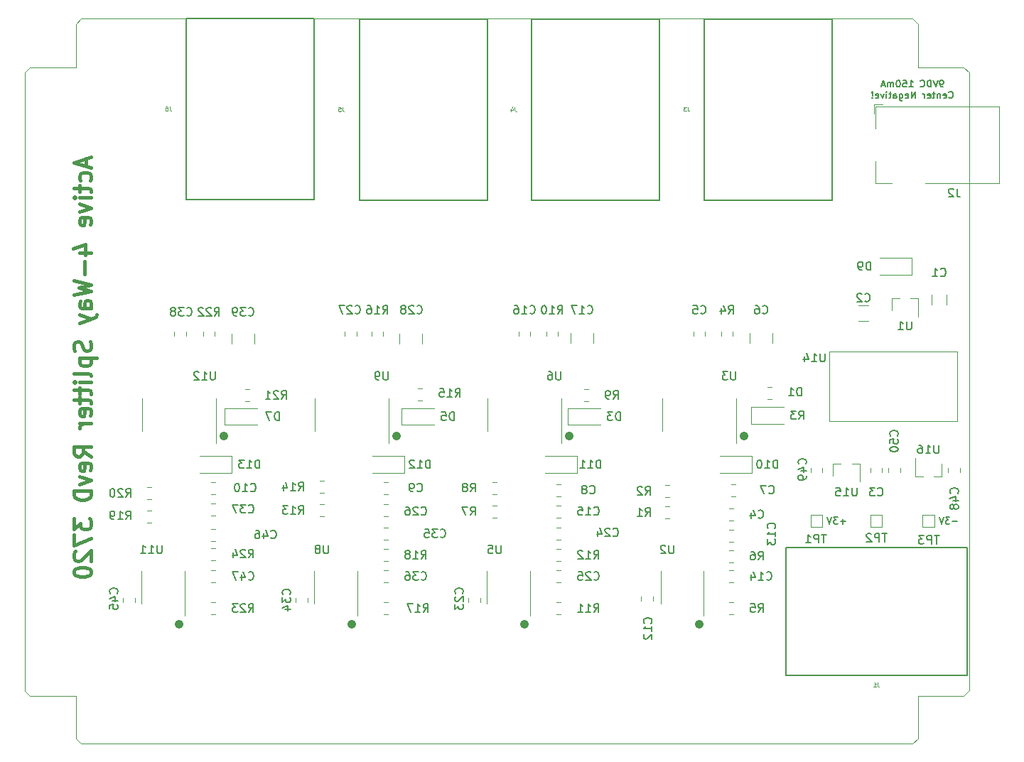
<source format=gbr>
%TF.GenerationSoftware,KiCad,Pcbnew,5.1.6-c6e7f7d~87~ubuntu18.04.1*%
%TF.CreationDate,2020-09-21T23:06:02+01:00*%
%TF.ProjectId,ActiveSplitterPedal_SOIC14,41637469-7665-4537-906c-697474657250,rev?*%
%TF.SameCoordinates,Original*%
%TF.FileFunction,Legend,Bot*%
%TF.FilePolarity,Positive*%
%FSLAX46Y46*%
G04 Gerber Fmt 4.6, Leading zero omitted, Abs format (unit mm)*
G04 Created by KiCad (PCBNEW 5.1.6-c6e7f7d~87~ubuntu18.04.1) date 2020-09-21 23:06:02*
%MOMM*%
%LPD*%
G01*
G04 APERTURE LIST*
%ADD10C,0.150000*%
%ADD11C,1.000000*%
%TA.AperFunction,Profile*%
%ADD12C,0.050000*%
%TD*%
%ADD13C,0.400000*%
%ADD14C,0.120000*%
%ADD15C,0.125000*%
G04 APERTURE END LIST*
D10*
X191020571Y-104578142D02*
X190411047Y-104578142D01*
X190106285Y-104082904D02*
X189611047Y-104082904D01*
X189877714Y-104387666D01*
X189763428Y-104387666D01*
X189687238Y-104425761D01*
X189649142Y-104463857D01*
X189611047Y-104540047D01*
X189611047Y-104730523D01*
X189649142Y-104806714D01*
X189687238Y-104844809D01*
X189763428Y-104882904D01*
X189992000Y-104882904D01*
X190068190Y-104844809D01*
X190106285Y-104806714D01*
X189382476Y-104082904D02*
X189115809Y-104882904D01*
X188849142Y-104082904D01*
X177685571Y-104578142D02*
X177076047Y-104578142D01*
X177380809Y-104882904D02*
X177380809Y-104273380D01*
X176771285Y-104082904D02*
X176276047Y-104082904D01*
X176542714Y-104387666D01*
X176428428Y-104387666D01*
X176352238Y-104425761D01*
X176314142Y-104463857D01*
X176276047Y-104540047D01*
X176276047Y-104730523D01*
X176314142Y-104806714D01*
X176352238Y-104844809D01*
X176428428Y-104882904D01*
X176657000Y-104882904D01*
X176733190Y-104844809D01*
X176771285Y-104806714D01*
X176047476Y-104082904D02*
X175780809Y-104882904D01*
X175514142Y-104082904D01*
X189293047Y-52772904D02*
X189140666Y-52772904D01*
X189064476Y-52734809D01*
X189026380Y-52696714D01*
X188950190Y-52582428D01*
X188912095Y-52430047D01*
X188912095Y-52125285D01*
X188950190Y-52049095D01*
X188988285Y-52011000D01*
X189064476Y-51972904D01*
X189216857Y-51972904D01*
X189293047Y-52011000D01*
X189331142Y-52049095D01*
X189369238Y-52125285D01*
X189369238Y-52315761D01*
X189331142Y-52391952D01*
X189293047Y-52430047D01*
X189216857Y-52468142D01*
X189064476Y-52468142D01*
X188988285Y-52430047D01*
X188950190Y-52391952D01*
X188912095Y-52315761D01*
X188683523Y-51972904D02*
X188416857Y-52772904D01*
X188150190Y-51972904D01*
X187883523Y-52772904D02*
X187883523Y-51972904D01*
X187693047Y-51972904D01*
X187578761Y-52011000D01*
X187502571Y-52087190D01*
X187464476Y-52163380D01*
X187426380Y-52315761D01*
X187426380Y-52430047D01*
X187464476Y-52582428D01*
X187502571Y-52658619D01*
X187578761Y-52734809D01*
X187693047Y-52772904D01*
X187883523Y-52772904D01*
X186626380Y-52696714D02*
X186664476Y-52734809D01*
X186778761Y-52772904D01*
X186854952Y-52772904D01*
X186969238Y-52734809D01*
X187045428Y-52658619D01*
X187083523Y-52582428D01*
X187121619Y-52430047D01*
X187121619Y-52315761D01*
X187083523Y-52163380D01*
X187045428Y-52087190D01*
X186969238Y-52011000D01*
X186854952Y-51972904D01*
X186778761Y-51972904D01*
X186664476Y-52011000D01*
X186626380Y-52049095D01*
X185254952Y-52772904D02*
X185712095Y-52772904D01*
X185483523Y-52772904D02*
X185483523Y-51972904D01*
X185559714Y-52087190D01*
X185635904Y-52163380D01*
X185712095Y-52201476D01*
X184531142Y-51972904D02*
X184912095Y-51972904D01*
X184950190Y-52353857D01*
X184912095Y-52315761D01*
X184835904Y-52277666D01*
X184645428Y-52277666D01*
X184569238Y-52315761D01*
X184531142Y-52353857D01*
X184493047Y-52430047D01*
X184493047Y-52620523D01*
X184531142Y-52696714D01*
X184569238Y-52734809D01*
X184645428Y-52772904D01*
X184835904Y-52772904D01*
X184912095Y-52734809D01*
X184950190Y-52696714D01*
X183997809Y-51972904D02*
X183921619Y-51972904D01*
X183845428Y-52011000D01*
X183807333Y-52049095D01*
X183769238Y-52125285D01*
X183731142Y-52277666D01*
X183731142Y-52468142D01*
X183769238Y-52620523D01*
X183807333Y-52696714D01*
X183845428Y-52734809D01*
X183921619Y-52772904D01*
X183997809Y-52772904D01*
X184074000Y-52734809D01*
X184112095Y-52696714D01*
X184150190Y-52620523D01*
X184188285Y-52468142D01*
X184188285Y-52277666D01*
X184150190Y-52125285D01*
X184112095Y-52049095D01*
X184074000Y-52011000D01*
X183997809Y-51972904D01*
X183388285Y-52772904D02*
X183388285Y-52239571D01*
X183388285Y-52315761D02*
X183350190Y-52277666D01*
X183274000Y-52239571D01*
X183159714Y-52239571D01*
X183083523Y-52277666D01*
X183045428Y-52353857D01*
X183045428Y-52772904D01*
X183045428Y-52353857D02*
X183007333Y-52277666D01*
X182931142Y-52239571D01*
X182816857Y-52239571D01*
X182740666Y-52277666D01*
X182702571Y-52353857D01*
X182702571Y-52772904D01*
X182359714Y-52544333D02*
X181978761Y-52544333D01*
X182435904Y-52772904D02*
X182169238Y-51972904D01*
X181902571Y-52772904D01*
X189997809Y-54046714D02*
X190035904Y-54084809D01*
X190150190Y-54122904D01*
X190226380Y-54122904D01*
X190340666Y-54084809D01*
X190416857Y-54008619D01*
X190454952Y-53932428D01*
X190493047Y-53780047D01*
X190493047Y-53665761D01*
X190454952Y-53513380D01*
X190416857Y-53437190D01*
X190340666Y-53361000D01*
X190226380Y-53322904D01*
X190150190Y-53322904D01*
X190035904Y-53361000D01*
X189997809Y-53399095D01*
X189350190Y-54084809D02*
X189426380Y-54122904D01*
X189578761Y-54122904D01*
X189654952Y-54084809D01*
X189693047Y-54008619D01*
X189693047Y-53703857D01*
X189654952Y-53627666D01*
X189578761Y-53589571D01*
X189426380Y-53589571D01*
X189350190Y-53627666D01*
X189312095Y-53703857D01*
X189312095Y-53780047D01*
X189693047Y-53856238D01*
X188969238Y-53589571D02*
X188969238Y-54122904D01*
X188969238Y-53665761D02*
X188931142Y-53627666D01*
X188854952Y-53589571D01*
X188740666Y-53589571D01*
X188664476Y-53627666D01*
X188626380Y-53703857D01*
X188626380Y-54122904D01*
X188359714Y-53589571D02*
X188054952Y-53589571D01*
X188245428Y-53322904D02*
X188245428Y-54008619D01*
X188207333Y-54084809D01*
X188131142Y-54122904D01*
X188054952Y-54122904D01*
X187483523Y-54084809D02*
X187559714Y-54122904D01*
X187712095Y-54122904D01*
X187788285Y-54084809D01*
X187826380Y-54008619D01*
X187826380Y-53703857D01*
X187788285Y-53627666D01*
X187712095Y-53589571D01*
X187559714Y-53589571D01*
X187483523Y-53627666D01*
X187445428Y-53703857D01*
X187445428Y-53780047D01*
X187826380Y-53856238D01*
X187102571Y-54122904D02*
X187102571Y-53589571D01*
X187102571Y-53741952D02*
X187064476Y-53665761D01*
X187026380Y-53627666D01*
X186950190Y-53589571D01*
X186874000Y-53589571D01*
X185997809Y-54122904D02*
X185997809Y-53322904D01*
X185540666Y-54122904D01*
X185540666Y-53322904D01*
X184854952Y-54084809D02*
X184931142Y-54122904D01*
X185083523Y-54122904D01*
X185159714Y-54084809D01*
X185197809Y-54008619D01*
X185197809Y-53703857D01*
X185159714Y-53627666D01*
X185083523Y-53589571D01*
X184931142Y-53589571D01*
X184854952Y-53627666D01*
X184816857Y-53703857D01*
X184816857Y-53780047D01*
X185197809Y-53856238D01*
X184131142Y-53589571D02*
X184131142Y-54237190D01*
X184169238Y-54313380D01*
X184207333Y-54351476D01*
X184283523Y-54389571D01*
X184397809Y-54389571D01*
X184474000Y-54351476D01*
X184131142Y-54084809D02*
X184207333Y-54122904D01*
X184359714Y-54122904D01*
X184435904Y-54084809D01*
X184474000Y-54046714D01*
X184512095Y-53970523D01*
X184512095Y-53741952D01*
X184474000Y-53665761D01*
X184435904Y-53627666D01*
X184359714Y-53589571D01*
X184207333Y-53589571D01*
X184131142Y-53627666D01*
X183407333Y-54122904D02*
X183407333Y-53703857D01*
X183445428Y-53627666D01*
X183521619Y-53589571D01*
X183674000Y-53589571D01*
X183750190Y-53627666D01*
X183407333Y-54084809D02*
X183483523Y-54122904D01*
X183674000Y-54122904D01*
X183750190Y-54084809D01*
X183788285Y-54008619D01*
X183788285Y-53932428D01*
X183750190Y-53856238D01*
X183674000Y-53818142D01*
X183483523Y-53818142D01*
X183407333Y-53780047D01*
X183140666Y-53589571D02*
X182835904Y-53589571D01*
X183026380Y-53322904D02*
X183026380Y-54008619D01*
X182988285Y-54084809D01*
X182912095Y-54122904D01*
X182835904Y-54122904D01*
X182569238Y-54122904D02*
X182569238Y-53589571D01*
X182569238Y-53322904D02*
X182607333Y-53361000D01*
X182569238Y-53399095D01*
X182531142Y-53361000D01*
X182569238Y-53322904D01*
X182569238Y-53399095D01*
X182264476Y-53589571D02*
X182074000Y-54122904D01*
X181883523Y-53589571D01*
X181274000Y-54084809D02*
X181350190Y-54122904D01*
X181502571Y-54122904D01*
X181578761Y-54084809D01*
X181616857Y-54008619D01*
X181616857Y-53703857D01*
X181578761Y-53627666D01*
X181502571Y-53589571D01*
X181350190Y-53589571D01*
X181274000Y-53627666D01*
X181235904Y-53703857D01*
X181235904Y-53780047D01*
X181616857Y-53856238D01*
X180893047Y-54046714D02*
X180854952Y-54084809D01*
X180893047Y-54122904D01*
X180931142Y-54084809D01*
X180893047Y-54046714D01*
X180893047Y-54122904D01*
X180893047Y-53818142D02*
X180931142Y-53361000D01*
X180893047Y-53322904D01*
X180854952Y-53361000D01*
X180893047Y-53818142D01*
X180893047Y-53322904D01*
D11*
X98298000Y-116840000D02*
G75*
G03*
X98298000Y-116840000I0J0D01*
G01*
X118872000Y-116840000D02*
G75*
G03*
X118872000Y-116840000I0J0D01*
G01*
X139446000Y-116840000D02*
G75*
G03*
X139446000Y-116840000I0J0D01*
G01*
X160274000Y-116840000D02*
G75*
G03*
X160274000Y-116840000I0J0D01*
G01*
X165608000Y-94361000D02*
G75*
G03*
X165608000Y-94361000I0J0D01*
G01*
X144780000Y-94361000D02*
G75*
G03*
X144780000Y-94361000I0J0D01*
G01*
X124206000Y-94361000D02*
G75*
G03*
X124206000Y-94361000I0J0D01*
G01*
X103632000Y-94361000D02*
G75*
G03*
X103632000Y-94361000I0J0D01*
G01*
D12*
X186309000Y-130429000D02*
X185674000Y-131064000D01*
X186309000Y-125349000D02*
X186309000Y-130429000D01*
X191770000Y-125349000D02*
X186309000Y-125349000D01*
X192405000Y-124714000D02*
X191770000Y-125349000D01*
X192405000Y-51054000D02*
X192405000Y-124714000D01*
X191770000Y-50419000D02*
X192405000Y-51054000D01*
X186309000Y-50419000D02*
X191770000Y-50419000D01*
X186309000Y-45275500D02*
X186309000Y-50419000D01*
X185674000Y-44640500D02*
X186309000Y-45275500D01*
X86614000Y-44640500D02*
X185674000Y-44640500D01*
X85979000Y-45275500D02*
X86614000Y-44640500D01*
X85979000Y-50419000D02*
X85979000Y-45275500D01*
X80518000Y-50419000D02*
X85979000Y-50419000D01*
X79883000Y-51054000D02*
X80518000Y-50419000D01*
X79883000Y-124777500D02*
X79883000Y-51054000D01*
X80518000Y-125412500D02*
X79883000Y-124777500D01*
X85979000Y-125412500D02*
X80518000Y-125412500D01*
X85979000Y-130429000D02*
X85979000Y-125412500D01*
X86614000Y-131064000D02*
X85979000Y-130429000D01*
X185674000Y-131064000D02*
X86614000Y-131064000D01*
D13*
X87201333Y-61280619D02*
X87201333Y-62233000D01*
X87772761Y-61090142D02*
X85772761Y-61756809D01*
X87772761Y-62423476D01*
X87677523Y-63947285D02*
X87772761Y-63756809D01*
X87772761Y-63375857D01*
X87677523Y-63185380D01*
X87582285Y-63090142D01*
X87391809Y-62994904D01*
X86820380Y-62994904D01*
X86629904Y-63090142D01*
X86534666Y-63185380D01*
X86439428Y-63375857D01*
X86439428Y-63756809D01*
X86534666Y-63947285D01*
X86439428Y-64518714D02*
X86439428Y-65280619D01*
X85772761Y-64804428D02*
X87487047Y-64804428D01*
X87677523Y-64899666D01*
X87772761Y-65090142D01*
X87772761Y-65280619D01*
X87772761Y-65947285D02*
X86439428Y-65947285D01*
X85772761Y-65947285D02*
X85868000Y-65852047D01*
X85963238Y-65947285D01*
X85868000Y-66042523D01*
X85772761Y-65947285D01*
X85963238Y-65947285D01*
X86439428Y-66709190D02*
X87772761Y-67185380D01*
X86439428Y-67661571D01*
X87677523Y-69185380D02*
X87772761Y-68994904D01*
X87772761Y-68613952D01*
X87677523Y-68423476D01*
X87487047Y-68328238D01*
X86725142Y-68328238D01*
X86534666Y-68423476D01*
X86439428Y-68613952D01*
X86439428Y-68994904D01*
X86534666Y-69185380D01*
X86725142Y-69280619D01*
X86915619Y-69280619D01*
X87106095Y-68328238D01*
X86439428Y-72518714D02*
X87772761Y-72518714D01*
X85677523Y-72042523D02*
X87106095Y-71566333D01*
X87106095Y-72804428D01*
X87010857Y-73566333D02*
X87010857Y-75090142D01*
X85772761Y-75852047D02*
X87772761Y-76328238D01*
X86344190Y-76709190D01*
X87772761Y-77090142D01*
X85772761Y-77566333D01*
X87772761Y-79185380D02*
X86725142Y-79185380D01*
X86534666Y-79090142D01*
X86439428Y-78899666D01*
X86439428Y-78518714D01*
X86534666Y-78328238D01*
X87677523Y-79185380D02*
X87772761Y-78994904D01*
X87772761Y-78518714D01*
X87677523Y-78328238D01*
X87487047Y-78233000D01*
X87296571Y-78233000D01*
X87106095Y-78328238D01*
X87010857Y-78518714D01*
X87010857Y-78994904D01*
X86915619Y-79185380D01*
X86439428Y-79947285D02*
X87772761Y-80423476D01*
X86439428Y-80899666D02*
X87772761Y-80423476D01*
X88248952Y-80233000D01*
X88344190Y-80137761D01*
X88439428Y-79947285D01*
X87677523Y-83090142D02*
X87772761Y-83375857D01*
X87772761Y-83852047D01*
X87677523Y-84042523D01*
X87582285Y-84137761D01*
X87391809Y-84233000D01*
X87201333Y-84233000D01*
X87010857Y-84137761D01*
X86915619Y-84042523D01*
X86820380Y-83852047D01*
X86725142Y-83471095D01*
X86629904Y-83280619D01*
X86534666Y-83185380D01*
X86344190Y-83090142D01*
X86153714Y-83090142D01*
X85963238Y-83185380D01*
X85868000Y-83280619D01*
X85772761Y-83471095D01*
X85772761Y-83947285D01*
X85868000Y-84233000D01*
X86439428Y-85090142D02*
X88439428Y-85090142D01*
X86534666Y-85090142D02*
X86439428Y-85280619D01*
X86439428Y-85661571D01*
X86534666Y-85852047D01*
X86629904Y-85947285D01*
X86820380Y-86042523D01*
X87391809Y-86042523D01*
X87582285Y-85947285D01*
X87677523Y-85852047D01*
X87772761Y-85661571D01*
X87772761Y-85280619D01*
X87677523Y-85090142D01*
X87772761Y-87185380D02*
X87677523Y-86994904D01*
X87487047Y-86899666D01*
X85772761Y-86899666D01*
X87772761Y-87947285D02*
X86439428Y-87947285D01*
X85772761Y-87947285D02*
X85868000Y-87852047D01*
X85963238Y-87947285D01*
X85868000Y-88042523D01*
X85772761Y-87947285D01*
X85963238Y-87947285D01*
X86439428Y-88613952D02*
X86439428Y-89375857D01*
X85772761Y-88899666D02*
X87487047Y-88899666D01*
X87677523Y-88994904D01*
X87772761Y-89185380D01*
X87772761Y-89375857D01*
X86439428Y-89756809D02*
X86439428Y-90518714D01*
X85772761Y-90042523D02*
X87487047Y-90042523D01*
X87677523Y-90137761D01*
X87772761Y-90328238D01*
X87772761Y-90518714D01*
X87677523Y-91947285D02*
X87772761Y-91756809D01*
X87772761Y-91375857D01*
X87677523Y-91185380D01*
X87487047Y-91090142D01*
X86725142Y-91090142D01*
X86534666Y-91185380D01*
X86439428Y-91375857D01*
X86439428Y-91756809D01*
X86534666Y-91947285D01*
X86725142Y-92042523D01*
X86915619Y-92042523D01*
X87106095Y-91090142D01*
X87772761Y-92899666D02*
X86439428Y-92899666D01*
X86820380Y-92899666D02*
X86629904Y-92994904D01*
X86534666Y-93090142D01*
X86439428Y-93280619D01*
X86439428Y-93471095D01*
X87772761Y-96804428D02*
X86820380Y-96137761D01*
X87772761Y-95661571D02*
X85772761Y-95661571D01*
X85772761Y-96423476D01*
X85868000Y-96613952D01*
X85963238Y-96709190D01*
X86153714Y-96804428D01*
X86439428Y-96804428D01*
X86629904Y-96709190D01*
X86725142Y-96613952D01*
X86820380Y-96423476D01*
X86820380Y-95661571D01*
X87677523Y-98423476D02*
X87772761Y-98233000D01*
X87772761Y-97852047D01*
X87677523Y-97661571D01*
X87487047Y-97566333D01*
X86725142Y-97566333D01*
X86534666Y-97661571D01*
X86439428Y-97852047D01*
X86439428Y-98233000D01*
X86534666Y-98423476D01*
X86725142Y-98518714D01*
X86915619Y-98518714D01*
X87106095Y-97566333D01*
X86439428Y-99185380D02*
X87772761Y-99661571D01*
X86439428Y-100137761D01*
X87772761Y-100899666D02*
X85772761Y-100899666D01*
X85772761Y-101375857D01*
X85868000Y-101661571D01*
X86058476Y-101852047D01*
X86248952Y-101947285D01*
X86629904Y-102042523D01*
X86915619Y-102042523D01*
X87296571Y-101947285D01*
X87487047Y-101852047D01*
X87677523Y-101661571D01*
X87772761Y-101375857D01*
X87772761Y-100899666D01*
X85772761Y-104233000D02*
X85772761Y-105471095D01*
X86534666Y-104804428D01*
X86534666Y-105090142D01*
X86629904Y-105280619D01*
X86725142Y-105375857D01*
X86915619Y-105471095D01*
X87391809Y-105471095D01*
X87582285Y-105375857D01*
X87677523Y-105280619D01*
X87772761Y-105090142D01*
X87772761Y-104518714D01*
X87677523Y-104328238D01*
X87582285Y-104233000D01*
X85772761Y-106137761D02*
X85772761Y-107471095D01*
X87772761Y-106613952D01*
X85963238Y-108137761D02*
X85868000Y-108233000D01*
X85772761Y-108423476D01*
X85772761Y-108899666D01*
X85868000Y-109090142D01*
X85963238Y-109185380D01*
X86153714Y-109280619D01*
X86344190Y-109280619D01*
X86629904Y-109185380D01*
X87772761Y-108042523D01*
X87772761Y-109280619D01*
X85772761Y-110518714D02*
X85772761Y-110709190D01*
X85868000Y-110899666D01*
X85963238Y-110994904D01*
X86153714Y-111090142D01*
X86534666Y-111185380D01*
X87010857Y-111185380D01*
X87391809Y-111090142D01*
X87582285Y-110994904D01*
X87677523Y-110899666D01*
X87772761Y-110709190D01*
X87772761Y-110518714D01*
X87677523Y-110328238D01*
X87582285Y-110233000D01*
X87391809Y-110137761D01*
X87010857Y-110042523D01*
X86534666Y-110042523D01*
X86153714Y-110137761D01*
X85963238Y-110233000D01*
X85868000Y-110328238D01*
X85772761Y-110518714D01*
D14*
%TO.C,C10*%
X102623252Y-101294000D02*
X102100748Y-101294000D01*
X102623252Y-99874000D02*
X102100748Y-99874000D01*
%TO.C,C9*%
X123197252Y-101294000D02*
X122674748Y-101294000D01*
X123197252Y-99874000D02*
X122674748Y-99874000D01*
%TO.C,C8*%
X143771252Y-101548000D02*
X143248748Y-101548000D01*
X143771252Y-100128000D02*
X143248748Y-100128000D01*
%TO.C,C7*%
X164599252Y-101548000D02*
X164076748Y-101548000D01*
X164599252Y-100128000D02*
X164076748Y-100128000D01*
%TO.C,TP3*%
X186879000Y-103821000D02*
X186879000Y-105221000D01*
X188279000Y-103821000D02*
X186879000Y-103821000D01*
X188279000Y-105221000D02*
X188279000Y-103821000D01*
X186879000Y-105221000D02*
X188279000Y-105221000D01*
%TO.C,TP2*%
X180656000Y-103821000D02*
X180656000Y-105221000D01*
X182056000Y-103821000D02*
X180656000Y-103821000D01*
X182056000Y-105221000D02*
X182056000Y-103821000D01*
X180656000Y-105221000D02*
X182056000Y-105221000D01*
%TO.C,TP1*%
X173544000Y-103821000D02*
X173544000Y-105221000D01*
X174944000Y-103821000D02*
X173544000Y-103821000D01*
X174944000Y-105221000D02*
X174944000Y-103821000D01*
X173544000Y-105221000D02*
X174944000Y-105221000D01*
%TO.C,U12*%
X102733000Y-91821000D02*
X102733000Y-95271000D01*
X102733000Y-91821000D02*
X102733000Y-89871000D01*
X93863000Y-91821000D02*
X93863000Y-93771000D01*
X93863000Y-91821000D02*
X93863000Y-89871000D01*
%TO.C,U9*%
X123307000Y-91821000D02*
X123307000Y-95271000D01*
X123307000Y-91821000D02*
X123307000Y-89871000D01*
X114437000Y-91821000D02*
X114437000Y-93771000D01*
X114437000Y-91821000D02*
X114437000Y-89871000D01*
%TO.C,U6*%
X143881000Y-91821000D02*
X143881000Y-95271000D01*
X143881000Y-91821000D02*
X143881000Y-89871000D01*
X135011000Y-91821000D02*
X135011000Y-93771000D01*
X135011000Y-91821000D02*
X135011000Y-89871000D01*
%TO.C,U3*%
X164709000Y-91821000D02*
X164709000Y-95271000D01*
X164709000Y-91821000D02*
X164709000Y-89871000D01*
X155839000Y-91821000D02*
X155839000Y-93771000D01*
X155839000Y-91821000D02*
X155839000Y-89871000D01*
%TO.C,R22*%
X102564000Y-81907748D02*
X102564000Y-82430252D01*
X101144000Y-81907748D02*
X101144000Y-82430252D01*
%TO.C,R16*%
X122630000Y-81907748D02*
X122630000Y-82430252D01*
X121210000Y-81907748D02*
X121210000Y-82430252D01*
%TO.C,R10*%
X143458000Y-81907748D02*
X143458000Y-82430252D01*
X142038000Y-81907748D02*
X142038000Y-82430252D01*
%TO.C,R4*%
X164286000Y-81907748D02*
X164286000Y-82430252D01*
X162866000Y-81907748D02*
X162866000Y-82430252D01*
%TO.C,D13*%
X104562000Y-96790000D02*
X100712000Y-96790000D01*
X104562000Y-98790000D02*
X100712000Y-98790000D01*
X104562000Y-96790000D02*
X104562000Y-98790000D01*
%TO.C,D12*%
X125136000Y-96790000D02*
X121286000Y-96790000D01*
X125136000Y-98790000D02*
X121286000Y-98790000D01*
X125136000Y-96790000D02*
X125136000Y-98790000D01*
%TO.C,D11*%
X145710000Y-96790000D02*
X141860000Y-96790000D01*
X145710000Y-98790000D02*
X141860000Y-98790000D01*
X145710000Y-96790000D02*
X145710000Y-98790000D01*
%TO.C,D10*%
X166538000Y-96790000D02*
X162688000Y-96790000D01*
X166538000Y-98790000D02*
X162688000Y-98790000D01*
X166538000Y-96790000D02*
X166538000Y-98790000D01*
%TO.C,C39*%
X104558000Y-83406064D02*
X104558000Y-82201936D01*
X107278000Y-83406064D02*
X107278000Y-82201936D01*
%TO.C,C28*%
X124497000Y-83406064D02*
X124497000Y-82201936D01*
X127217000Y-83406064D02*
X127217000Y-82201936D01*
%TO.C,C17*%
X144944000Y-83279064D02*
X144944000Y-82074936D01*
X147664000Y-83279064D02*
X147664000Y-82074936D01*
%TO.C,C6*%
X166280000Y-83279064D02*
X166280000Y-82074936D01*
X169000000Y-83279064D02*
X169000000Y-82074936D01*
%TO.C,D7*%
X103718000Y-93075000D02*
X103718000Y-91075000D01*
X103718000Y-91075000D02*
X107568000Y-91075000D01*
X103718000Y-93075000D02*
X107568000Y-93075000D01*
%TO.C,D5*%
X124800000Y-93075000D02*
X124800000Y-91075000D01*
X124800000Y-91075000D02*
X128650000Y-91075000D01*
X124800000Y-93075000D02*
X128650000Y-93075000D01*
%TO.C,D3*%
X144612000Y-93075000D02*
X144612000Y-91075000D01*
X144612000Y-91075000D02*
X148462000Y-91075000D01*
X144612000Y-93075000D02*
X148462000Y-93075000D01*
%TO.C,D1*%
X166456000Y-92948000D02*
X166456000Y-90948000D01*
X166456000Y-90948000D02*
X170306000Y-90948000D01*
X166456000Y-92948000D02*
X170306000Y-92948000D01*
%TO.C,U14*%
X175768000Y-92583000D02*
X191008000Y-92583000D01*
X191008000Y-92583000D02*
X191008000Y-84328000D01*
X191008000Y-84328000D02*
X175768000Y-84328000D01*
X175768000Y-84328000D02*
X175768000Y-92583000D01*
%TO.C,U1*%
X183205000Y-77980000D02*
X184135000Y-77980000D01*
X186365000Y-77980000D02*
X185435000Y-77980000D01*
X186365000Y-77980000D02*
X186365000Y-80140000D01*
X183205000Y-77980000D02*
X183205000Y-79440000D01*
%TO.C,C2*%
X180434064Y-78846000D02*
X179229936Y-78846000D01*
X180434064Y-80666000D02*
X179229936Y-80666000D01*
%TO.C,C1*%
X187939000Y-77502936D02*
X187939000Y-78707064D01*
X189759000Y-77502936D02*
X189759000Y-78707064D01*
%TO.C,U16*%
X189159000Y-99185000D02*
X189159000Y-97725000D01*
X185999000Y-99185000D02*
X185999000Y-97025000D01*
X185999000Y-99185000D02*
X186929000Y-99185000D01*
X189159000Y-99185000D02*
X188229000Y-99185000D01*
%TO.C,U15*%
X176220000Y-97665000D02*
X177150000Y-97665000D01*
X179380000Y-97665000D02*
X178450000Y-97665000D01*
X179380000Y-97665000D02*
X179380000Y-99825000D01*
X176220000Y-97665000D02*
X176220000Y-99125000D01*
%TO.C,C50*%
X184225000Y-98686252D02*
X184225000Y-98163748D01*
X182805000Y-98686252D02*
X182805000Y-98163748D01*
%TO.C,C49*%
X174954000Y-98686252D02*
X174954000Y-98163748D01*
X173534000Y-98686252D02*
X173534000Y-98163748D01*
%TO.C,C48*%
X191337000Y-98686252D02*
X191337000Y-98163748D01*
X189917000Y-98686252D02*
X189917000Y-98163748D01*
%TO.C,C3*%
X180646000Y-98163748D02*
X180646000Y-98686252D01*
X182066000Y-98163748D02*
X182066000Y-98686252D01*
%TO.C,U11*%
X93833000Y-112395000D02*
X93833000Y-110445000D01*
X93833000Y-112395000D02*
X93833000Y-114345000D01*
X98953000Y-112395000D02*
X98953000Y-110445000D01*
X98953000Y-112395000D02*
X98953000Y-115845000D01*
%TO.C,U8*%
X114407000Y-112395000D02*
X114407000Y-110445000D01*
X114407000Y-112395000D02*
X114407000Y-114345000D01*
X119527000Y-112395000D02*
X119527000Y-110445000D01*
X119527000Y-112395000D02*
X119527000Y-115845000D01*
%TO.C,U5*%
X134981000Y-112395000D02*
X134981000Y-110445000D01*
X134981000Y-112395000D02*
X134981000Y-114345000D01*
X140101000Y-112395000D02*
X140101000Y-110445000D01*
X140101000Y-112395000D02*
X140101000Y-115845000D01*
%TO.C,U2*%
X155682000Y-112395000D02*
X155682000Y-110445000D01*
X155682000Y-112395000D02*
X155682000Y-114345000D01*
X160802000Y-112395000D02*
X160802000Y-110445000D01*
X160802000Y-112395000D02*
X160802000Y-115845000D01*
%TO.C,R24*%
X102100748Y-109168000D02*
X102623252Y-109168000D01*
X102100748Y-107748000D02*
X102623252Y-107748000D01*
%TO.C,R23*%
X102623252Y-114225000D02*
X102100748Y-114225000D01*
X102623252Y-115645000D02*
X102100748Y-115645000D01*
%TO.C,R21*%
X106687252Y-88825000D02*
X106164748Y-88825000D01*
X106687252Y-90245000D02*
X106164748Y-90245000D01*
%TO.C,R20*%
X95003252Y-100509000D02*
X94480748Y-100509000D01*
X95003252Y-101929000D02*
X94480748Y-101929000D01*
%TO.C,R19*%
X94480748Y-104723000D02*
X95003252Y-104723000D01*
X94480748Y-103303000D02*
X95003252Y-103303000D01*
%TO.C,R18*%
X122674748Y-109295000D02*
X123197252Y-109295000D01*
X122674748Y-107875000D02*
X123197252Y-107875000D01*
%TO.C,R17*%
X123197252Y-114225000D02*
X122674748Y-114225000D01*
X123197252Y-115645000D02*
X122674748Y-115645000D01*
%TO.C,R15*%
X127261252Y-88698000D02*
X126738748Y-88698000D01*
X127261252Y-90118000D02*
X126738748Y-90118000D01*
%TO.C,R14*%
X115577252Y-99747000D02*
X115054748Y-99747000D01*
X115577252Y-101167000D02*
X115054748Y-101167000D01*
%TO.C,R13*%
X115054748Y-103961000D02*
X115577252Y-103961000D01*
X115054748Y-102541000D02*
X115577252Y-102541000D01*
%TO.C,R12*%
X143248748Y-109295000D02*
X143771252Y-109295000D01*
X143248748Y-107875000D02*
X143771252Y-107875000D01*
%TO.C,R11*%
X143771252Y-114225000D02*
X143248748Y-114225000D01*
X143771252Y-115645000D02*
X143248748Y-115645000D01*
%TO.C,R9*%
X147073252Y-88825000D02*
X146550748Y-88825000D01*
X147073252Y-90245000D02*
X146550748Y-90245000D01*
%TO.C,R8*%
X136151252Y-99874000D02*
X135628748Y-99874000D01*
X136151252Y-101294000D02*
X135628748Y-101294000D01*
%TO.C,R7*%
X135628748Y-104088000D02*
X136151252Y-104088000D01*
X135628748Y-102668000D02*
X136151252Y-102668000D01*
%TO.C,R6*%
X163822748Y-109422000D02*
X164345252Y-109422000D01*
X163822748Y-108002000D02*
X164345252Y-108002000D01*
%TO.C,R5*%
X164345252Y-114225000D02*
X163822748Y-114225000D01*
X164345252Y-115645000D02*
X163822748Y-115645000D01*
%TO.C,R3*%
X168917252Y-88571000D02*
X168394748Y-88571000D01*
X168917252Y-89991000D02*
X168394748Y-89991000D01*
%TO.C,R2*%
X156725252Y-100255000D02*
X156202748Y-100255000D01*
X156725252Y-101675000D02*
X156202748Y-101675000D01*
%TO.C,R1*%
X156202748Y-104215000D02*
X156725252Y-104215000D01*
X156202748Y-102795000D02*
X156725252Y-102795000D01*
%TO.C,D9*%
X185588000Y-73168000D02*
X185588000Y-75168000D01*
X185588000Y-75168000D02*
X181738000Y-75168000D01*
X185588000Y-73168000D02*
X181738000Y-73168000D01*
%TO.C,C47*%
X102100748Y-111835000D02*
X102623252Y-111835000D01*
X102100748Y-110415000D02*
X102623252Y-110415000D01*
%TO.C,C46*%
X102100748Y-106882000D02*
X102623252Y-106882000D01*
X102100748Y-105462000D02*
X102623252Y-105462000D01*
%TO.C,C45*%
X93039000Y-114180252D02*
X93039000Y-113657748D01*
X91619000Y-114180252D02*
X91619000Y-113657748D01*
%TO.C,C38*%
X99135000Y-82430252D02*
X99135000Y-81907748D01*
X97715000Y-82430252D02*
X97715000Y-81907748D01*
%TO.C,C37*%
X102100748Y-103834000D02*
X102623252Y-103834000D01*
X102100748Y-102414000D02*
X102623252Y-102414000D01*
%TO.C,C36*%
X122674748Y-111835000D02*
X123197252Y-111835000D01*
X122674748Y-110415000D02*
X123197252Y-110415000D01*
%TO.C,C35*%
X122674748Y-106755000D02*
X123197252Y-106755000D01*
X122674748Y-105335000D02*
X123197252Y-105335000D01*
%TO.C,C34*%
X113613000Y-114180252D02*
X113613000Y-113657748D01*
X112193000Y-114180252D02*
X112193000Y-113657748D01*
%TO.C,C27*%
X119455000Y-82430252D02*
X119455000Y-81907748D01*
X118035000Y-82430252D02*
X118035000Y-81907748D01*
%TO.C,C26*%
X122674748Y-103961000D02*
X123197252Y-103961000D01*
X122674748Y-102541000D02*
X123197252Y-102541000D01*
%TO.C,C25*%
X143248748Y-111835000D02*
X143771252Y-111835000D01*
X143248748Y-110415000D02*
X143771252Y-110415000D01*
%TO.C,C24*%
X143248748Y-106755000D02*
X143771252Y-106755000D01*
X143248748Y-105335000D02*
X143771252Y-105335000D01*
%TO.C,C23*%
X134187000Y-114180252D02*
X134187000Y-113657748D01*
X132767000Y-114180252D02*
X132767000Y-113657748D01*
%TO.C,C16*%
X140156000Y-82430252D02*
X140156000Y-81907748D01*
X138736000Y-82430252D02*
X138736000Y-81907748D01*
%TO.C,C15*%
X143248748Y-104088000D02*
X143771252Y-104088000D01*
X143248748Y-102668000D02*
X143771252Y-102668000D01*
%TO.C,C14*%
X163822748Y-111835000D02*
X164345252Y-111835000D01*
X163822748Y-110415000D02*
X164345252Y-110415000D01*
%TO.C,C13*%
X163822748Y-107009000D02*
X164345252Y-107009000D01*
X163822748Y-105589000D02*
X164345252Y-105589000D01*
%TO.C,C12*%
X154761000Y-114053252D02*
X154761000Y-113530748D01*
X153341000Y-114053252D02*
X153341000Y-113530748D01*
%TO.C,C5*%
X160984000Y-82430252D02*
X160984000Y-81907748D01*
X159564000Y-82430252D02*
X159564000Y-81907748D01*
%TO.C,C4*%
X163822748Y-104469000D02*
X164345252Y-104469000D01*
X163822748Y-103049000D02*
X164345252Y-103049000D01*
D10*
%TO.C,J6*%
X99161600Y-44640500D02*
X114401600Y-44640500D01*
X114401600Y-44640500D02*
X114401600Y-66230500D01*
X114401600Y-66230500D02*
X99161600Y-66230500D01*
X99161600Y-66230500D02*
X99161600Y-44640500D01*
%TO.C,J5*%
X119761000Y-44704000D02*
X135001000Y-44704000D01*
X135001000Y-44704000D02*
X135001000Y-66294000D01*
X135001000Y-66294000D02*
X119761000Y-66294000D01*
X119761000Y-66294000D02*
X119761000Y-44704000D01*
%TO.C,J4*%
X140284200Y-44704000D02*
X155524200Y-44704000D01*
X155524200Y-44704000D02*
X155524200Y-66294000D01*
X155524200Y-66294000D02*
X140284200Y-66294000D01*
X140284200Y-66294000D02*
X140284200Y-44704000D01*
%TO.C,J3*%
X160883600Y-44691300D02*
X176123600Y-44691300D01*
X176123600Y-44691300D02*
X176123600Y-66281300D01*
X176123600Y-66281300D02*
X160883600Y-66281300D01*
X160883600Y-66281300D02*
X160883600Y-44691300D01*
%TO.C,J1*%
X192151000Y-107696000D02*
X192151000Y-122936000D01*
X192151000Y-122936000D02*
X170561000Y-122936000D01*
X170561000Y-122936000D02*
X170561000Y-107696000D01*
X170561000Y-107696000D02*
X192151000Y-107696000D01*
D14*
%TO.C,J2*%
X181281500Y-55090000D02*
X181281500Y-57690000D01*
X195981500Y-55090000D02*
X181281500Y-55090000D01*
X181281500Y-64290000D02*
X183181500Y-64290000D01*
X181281500Y-61590000D02*
X181281500Y-64290000D01*
X195981500Y-64290000D02*
X195981500Y-55090000D01*
X187181500Y-64290000D02*
X195981500Y-64290000D01*
X182131500Y-54890000D02*
X181081500Y-54890000D01*
X181081500Y-55940000D02*
X181081500Y-54890000D01*
%TD*%
%TO.C,C10*%
D10*
X106814857Y-100941142D02*
X106862476Y-100988761D01*
X107005333Y-101036380D01*
X107100571Y-101036380D01*
X107243428Y-100988761D01*
X107338666Y-100893523D01*
X107386285Y-100798285D01*
X107433904Y-100607809D01*
X107433904Y-100464952D01*
X107386285Y-100274476D01*
X107338666Y-100179238D01*
X107243428Y-100084000D01*
X107100571Y-100036380D01*
X107005333Y-100036380D01*
X106862476Y-100084000D01*
X106814857Y-100131619D01*
X105862476Y-101036380D02*
X106433904Y-101036380D01*
X106148190Y-101036380D02*
X106148190Y-100036380D01*
X106243428Y-100179238D01*
X106338666Y-100274476D01*
X106433904Y-100322095D01*
X105243428Y-100036380D02*
X105148190Y-100036380D01*
X105052952Y-100084000D01*
X105005333Y-100131619D01*
X104957714Y-100226857D01*
X104910095Y-100417333D01*
X104910095Y-100655428D01*
X104957714Y-100845904D01*
X105005333Y-100941142D01*
X105052952Y-100988761D01*
X105148190Y-101036380D01*
X105243428Y-101036380D01*
X105338666Y-100988761D01*
X105386285Y-100941142D01*
X105433904Y-100845904D01*
X105481523Y-100655428D01*
X105481523Y-100417333D01*
X105433904Y-100226857D01*
X105386285Y-100131619D01*
X105338666Y-100084000D01*
X105243428Y-100036380D01*
%TO.C,C9*%
X126658666Y-100941142D02*
X126706285Y-100988761D01*
X126849142Y-101036380D01*
X126944380Y-101036380D01*
X127087238Y-100988761D01*
X127182476Y-100893523D01*
X127230095Y-100798285D01*
X127277714Y-100607809D01*
X127277714Y-100464952D01*
X127230095Y-100274476D01*
X127182476Y-100179238D01*
X127087238Y-100084000D01*
X126944380Y-100036380D01*
X126849142Y-100036380D01*
X126706285Y-100084000D01*
X126658666Y-100131619D01*
X126182476Y-101036380D02*
X125992000Y-101036380D01*
X125896761Y-100988761D01*
X125849142Y-100941142D01*
X125753904Y-100798285D01*
X125706285Y-100607809D01*
X125706285Y-100226857D01*
X125753904Y-100131619D01*
X125801523Y-100084000D01*
X125896761Y-100036380D01*
X126087238Y-100036380D01*
X126182476Y-100084000D01*
X126230095Y-100131619D01*
X126277714Y-100226857D01*
X126277714Y-100464952D01*
X126230095Y-100560190D01*
X126182476Y-100607809D01*
X126087238Y-100655428D01*
X125896761Y-100655428D01*
X125801523Y-100607809D01*
X125753904Y-100560190D01*
X125706285Y-100464952D01*
%TO.C,C8*%
X147232666Y-101195142D02*
X147280285Y-101242761D01*
X147423142Y-101290380D01*
X147518380Y-101290380D01*
X147661238Y-101242761D01*
X147756476Y-101147523D01*
X147804095Y-101052285D01*
X147851714Y-100861809D01*
X147851714Y-100718952D01*
X147804095Y-100528476D01*
X147756476Y-100433238D01*
X147661238Y-100338000D01*
X147518380Y-100290380D01*
X147423142Y-100290380D01*
X147280285Y-100338000D01*
X147232666Y-100385619D01*
X146661238Y-100718952D02*
X146756476Y-100671333D01*
X146804095Y-100623714D01*
X146851714Y-100528476D01*
X146851714Y-100480857D01*
X146804095Y-100385619D01*
X146756476Y-100338000D01*
X146661238Y-100290380D01*
X146470761Y-100290380D01*
X146375523Y-100338000D01*
X146327904Y-100385619D01*
X146280285Y-100480857D01*
X146280285Y-100528476D01*
X146327904Y-100623714D01*
X146375523Y-100671333D01*
X146470761Y-100718952D01*
X146661238Y-100718952D01*
X146756476Y-100766571D01*
X146804095Y-100814190D01*
X146851714Y-100909428D01*
X146851714Y-101099904D01*
X146804095Y-101195142D01*
X146756476Y-101242761D01*
X146661238Y-101290380D01*
X146470761Y-101290380D01*
X146375523Y-101242761D01*
X146327904Y-101195142D01*
X146280285Y-101099904D01*
X146280285Y-100909428D01*
X146327904Y-100814190D01*
X146375523Y-100766571D01*
X146470761Y-100718952D01*
%TO.C,C7*%
X168568666Y-101195142D02*
X168616285Y-101242761D01*
X168759142Y-101290380D01*
X168854380Y-101290380D01*
X168997238Y-101242761D01*
X169092476Y-101147523D01*
X169140095Y-101052285D01*
X169187714Y-100861809D01*
X169187714Y-100718952D01*
X169140095Y-100528476D01*
X169092476Y-100433238D01*
X168997238Y-100338000D01*
X168854380Y-100290380D01*
X168759142Y-100290380D01*
X168616285Y-100338000D01*
X168568666Y-100385619D01*
X168235333Y-100290380D02*
X167568666Y-100290380D01*
X167997238Y-101290380D01*
%TO.C,TP3*%
X188840904Y-106259380D02*
X188269476Y-106259380D01*
X188555190Y-107259380D02*
X188555190Y-106259380D01*
X187936142Y-107259380D02*
X187936142Y-106259380D01*
X187555190Y-106259380D01*
X187459952Y-106307000D01*
X187412333Y-106354619D01*
X187364714Y-106449857D01*
X187364714Y-106592714D01*
X187412333Y-106687952D01*
X187459952Y-106735571D01*
X187555190Y-106783190D01*
X187936142Y-106783190D01*
X187031380Y-106259380D02*
X186412333Y-106259380D01*
X186745666Y-106640333D01*
X186602809Y-106640333D01*
X186507571Y-106687952D01*
X186459952Y-106735571D01*
X186412333Y-106830809D01*
X186412333Y-107068904D01*
X186459952Y-107164142D01*
X186507571Y-107211761D01*
X186602809Y-107259380D01*
X186888523Y-107259380D01*
X186983761Y-107211761D01*
X187031380Y-107164142D01*
%TO.C,TP2*%
X182617904Y-106005380D02*
X182046476Y-106005380D01*
X182332190Y-107005380D02*
X182332190Y-106005380D01*
X181713142Y-107005380D02*
X181713142Y-106005380D01*
X181332190Y-106005380D01*
X181236952Y-106053000D01*
X181189333Y-106100619D01*
X181141714Y-106195857D01*
X181141714Y-106338714D01*
X181189333Y-106433952D01*
X181236952Y-106481571D01*
X181332190Y-106529190D01*
X181713142Y-106529190D01*
X180760761Y-106100619D02*
X180713142Y-106053000D01*
X180617904Y-106005380D01*
X180379809Y-106005380D01*
X180284571Y-106053000D01*
X180236952Y-106100619D01*
X180189333Y-106195857D01*
X180189333Y-106291095D01*
X180236952Y-106433952D01*
X180808380Y-107005380D01*
X180189333Y-107005380D01*
%TO.C,TP1*%
X175378904Y-106132380D02*
X174807476Y-106132380D01*
X175093190Y-107132380D02*
X175093190Y-106132380D01*
X174474142Y-107132380D02*
X174474142Y-106132380D01*
X174093190Y-106132380D01*
X173997952Y-106180000D01*
X173950333Y-106227619D01*
X173902714Y-106322857D01*
X173902714Y-106465714D01*
X173950333Y-106560952D01*
X173997952Y-106608571D01*
X174093190Y-106656190D01*
X174474142Y-106656190D01*
X172950333Y-107132380D02*
X173521761Y-107132380D01*
X173236047Y-107132380D02*
X173236047Y-106132380D01*
X173331285Y-106275238D01*
X173426523Y-106370476D01*
X173521761Y-106418095D01*
%TO.C,U12*%
X102584095Y-86701380D02*
X102584095Y-87510904D01*
X102536476Y-87606142D01*
X102488857Y-87653761D01*
X102393619Y-87701380D01*
X102203142Y-87701380D01*
X102107904Y-87653761D01*
X102060285Y-87606142D01*
X102012666Y-87510904D01*
X102012666Y-86701380D01*
X101012666Y-87701380D02*
X101584095Y-87701380D01*
X101298380Y-87701380D02*
X101298380Y-86701380D01*
X101393619Y-86844238D01*
X101488857Y-86939476D01*
X101584095Y-86987095D01*
X100631714Y-86796619D02*
X100584095Y-86749000D01*
X100488857Y-86701380D01*
X100250761Y-86701380D01*
X100155523Y-86749000D01*
X100107904Y-86796619D01*
X100060285Y-86891857D01*
X100060285Y-86987095D01*
X100107904Y-87129952D01*
X100679333Y-87701380D01*
X100060285Y-87701380D01*
%TO.C,U9*%
X123189904Y-86701380D02*
X123189904Y-87510904D01*
X123142285Y-87606142D01*
X123094666Y-87653761D01*
X122999428Y-87701380D01*
X122808952Y-87701380D01*
X122713714Y-87653761D01*
X122666095Y-87606142D01*
X122618476Y-87510904D01*
X122618476Y-86701380D01*
X122094666Y-87701380D02*
X121904190Y-87701380D01*
X121808952Y-87653761D01*
X121761333Y-87606142D01*
X121666095Y-87463285D01*
X121618476Y-87272809D01*
X121618476Y-86891857D01*
X121666095Y-86796619D01*
X121713714Y-86749000D01*
X121808952Y-86701380D01*
X121999428Y-86701380D01*
X122094666Y-86749000D01*
X122142285Y-86796619D01*
X122189904Y-86891857D01*
X122189904Y-87129952D01*
X122142285Y-87225190D01*
X122094666Y-87272809D01*
X121999428Y-87320428D01*
X121808952Y-87320428D01*
X121713714Y-87272809D01*
X121666095Y-87225190D01*
X121618476Y-87129952D01*
%TO.C,U6*%
X143763904Y-86701380D02*
X143763904Y-87510904D01*
X143716285Y-87606142D01*
X143668666Y-87653761D01*
X143573428Y-87701380D01*
X143382952Y-87701380D01*
X143287714Y-87653761D01*
X143240095Y-87606142D01*
X143192476Y-87510904D01*
X143192476Y-86701380D01*
X142287714Y-86701380D02*
X142478190Y-86701380D01*
X142573428Y-86749000D01*
X142621047Y-86796619D01*
X142716285Y-86939476D01*
X142763904Y-87129952D01*
X142763904Y-87510904D01*
X142716285Y-87606142D01*
X142668666Y-87653761D01*
X142573428Y-87701380D01*
X142382952Y-87701380D01*
X142287714Y-87653761D01*
X142240095Y-87606142D01*
X142192476Y-87510904D01*
X142192476Y-87272809D01*
X142240095Y-87177571D01*
X142287714Y-87129952D01*
X142382952Y-87082333D01*
X142573428Y-87082333D01*
X142668666Y-87129952D01*
X142716285Y-87177571D01*
X142763904Y-87272809D01*
%TO.C,U3*%
X164591904Y-86701380D02*
X164591904Y-87510904D01*
X164544285Y-87606142D01*
X164496666Y-87653761D01*
X164401428Y-87701380D01*
X164210952Y-87701380D01*
X164115714Y-87653761D01*
X164068095Y-87606142D01*
X164020476Y-87510904D01*
X164020476Y-86701380D01*
X163639523Y-86701380D02*
X163020476Y-86701380D01*
X163353809Y-87082333D01*
X163210952Y-87082333D01*
X163115714Y-87129952D01*
X163068095Y-87177571D01*
X163020476Y-87272809D01*
X163020476Y-87510904D01*
X163068095Y-87606142D01*
X163115714Y-87653761D01*
X163210952Y-87701380D01*
X163496666Y-87701380D01*
X163591904Y-87653761D01*
X163639523Y-87606142D01*
%TO.C,R22*%
X102496857Y-80081380D02*
X102830190Y-79605190D01*
X103068285Y-80081380D02*
X103068285Y-79081380D01*
X102687333Y-79081380D01*
X102592095Y-79129000D01*
X102544476Y-79176619D01*
X102496857Y-79271857D01*
X102496857Y-79414714D01*
X102544476Y-79509952D01*
X102592095Y-79557571D01*
X102687333Y-79605190D01*
X103068285Y-79605190D01*
X102115904Y-79176619D02*
X102068285Y-79129000D01*
X101973047Y-79081380D01*
X101734952Y-79081380D01*
X101639714Y-79129000D01*
X101592095Y-79176619D01*
X101544476Y-79271857D01*
X101544476Y-79367095D01*
X101592095Y-79509952D01*
X102163523Y-80081380D01*
X101544476Y-80081380D01*
X101163523Y-79176619D02*
X101115904Y-79129000D01*
X101020666Y-79081380D01*
X100782571Y-79081380D01*
X100687333Y-79129000D01*
X100639714Y-79176619D01*
X100592095Y-79271857D01*
X100592095Y-79367095D01*
X100639714Y-79509952D01*
X101211142Y-80081380D01*
X100592095Y-80081380D01*
%TO.C,R16*%
X122562857Y-79827380D02*
X122896190Y-79351190D01*
X123134285Y-79827380D02*
X123134285Y-78827380D01*
X122753333Y-78827380D01*
X122658095Y-78875000D01*
X122610476Y-78922619D01*
X122562857Y-79017857D01*
X122562857Y-79160714D01*
X122610476Y-79255952D01*
X122658095Y-79303571D01*
X122753333Y-79351190D01*
X123134285Y-79351190D01*
X121610476Y-79827380D02*
X122181904Y-79827380D01*
X121896190Y-79827380D02*
X121896190Y-78827380D01*
X121991428Y-78970238D01*
X122086666Y-79065476D01*
X122181904Y-79113095D01*
X120753333Y-78827380D02*
X120943809Y-78827380D01*
X121039047Y-78875000D01*
X121086666Y-78922619D01*
X121181904Y-79065476D01*
X121229523Y-79255952D01*
X121229523Y-79636904D01*
X121181904Y-79732142D01*
X121134285Y-79779761D01*
X121039047Y-79827380D01*
X120848571Y-79827380D01*
X120753333Y-79779761D01*
X120705714Y-79732142D01*
X120658095Y-79636904D01*
X120658095Y-79398809D01*
X120705714Y-79303571D01*
X120753333Y-79255952D01*
X120848571Y-79208333D01*
X121039047Y-79208333D01*
X121134285Y-79255952D01*
X121181904Y-79303571D01*
X121229523Y-79398809D01*
%TO.C,R10*%
X143390857Y-79827380D02*
X143724190Y-79351190D01*
X143962285Y-79827380D02*
X143962285Y-78827380D01*
X143581333Y-78827380D01*
X143486095Y-78875000D01*
X143438476Y-78922619D01*
X143390857Y-79017857D01*
X143390857Y-79160714D01*
X143438476Y-79255952D01*
X143486095Y-79303571D01*
X143581333Y-79351190D01*
X143962285Y-79351190D01*
X142438476Y-79827380D02*
X143009904Y-79827380D01*
X142724190Y-79827380D02*
X142724190Y-78827380D01*
X142819428Y-78970238D01*
X142914666Y-79065476D01*
X143009904Y-79113095D01*
X141819428Y-78827380D02*
X141724190Y-78827380D01*
X141628952Y-78875000D01*
X141581333Y-78922619D01*
X141533714Y-79017857D01*
X141486095Y-79208333D01*
X141486095Y-79446428D01*
X141533714Y-79636904D01*
X141581333Y-79732142D01*
X141628952Y-79779761D01*
X141724190Y-79827380D01*
X141819428Y-79827380D01*
X141914666Y-79779761D01*
X141962285Y-79732142D01*
X142009904Y-79636904D01*
X142057523Y-79446428D01*
X142057523Y-79208333D01*
X142009904Y-79017857D01*
X141962285Y-78922619D01*
X141914666Y-78875000D01*
X141819428Y-78827380D01*
%TO.C,R4*%
X163742666Y-79827380D02*
X164076000Y-79351190D01*
X164314095Y-79827380D02*
X164314095Y-78827380D01*
X163933142Y-78827380D01*
X163837904Y-78875000D01*
X163790285Y-78922619D01*
X163742666Y-79017857D01*
X163742666Y-79160714D01*
X163790285Y-79255952D01*
X163837904Y-79303571D01*
X163933142Y-79351190D01*
X164314095Y-79351190D01*
X162885523Y-79160714D02*
X162885523Y-79827380D01*
X163123619Y-78779761D02*
X163361714Y-79494047D01*
X162742666Y-79494047D01*
%TO.C,D13*%
X107894285Y-98242380D02*
X107894285Y-97242380D01*
X107656190Y-97242380D01*
X107513333Y-97290000D01*
X107418095Y-97385238D01*
X107370476Y-97480476D01*
X107322857Y-97670952D01*
X107322857Y-97813809D01*
X107370476Y-98004285D01*
X107418095Y-98099523D01*
X107513333Y-98194761D01*
X107656190Y-98242380D01*
X107894285Y-98242380D01*
X106370476Y-98242380D02*
X106941904Y-98242380D01*
X106656190Y-98242380D02*
X106656190Y-97242380D01*
X106751428Y-97385238D01*
X106846666Y-97480476D01*
X106941904Y-97528095D01*
X106037142Y-97242380D02*
X105418095Y-97242380D01*
X105751428Y-97623333D01*
X105608571Y-97623333D01*
X105513333Y-97670952D01*
X105465714Y-97718571D01*
X105418095Y-97813809D01*
X105418095Y-98051904D01*
X105465714Y-98147142D01*
X105513333Y-98194761D01*
X105608571Y-98242380D01*
X105894285Y-98242380D01*
X105989523Y-98194761D01*
X106037142Y-98147142D01*
%TO.C,D12*%
X128214285Y-98242380D02*
X128214285Y-97242380D01*
X127976190Y-97242380D01*
X127833333Y-97290000D01*
X127738095Y-97385238D01*
X127690476Y-97480476D01*
X127642857Y-97670952D01*
X127642857Y-97813809D01*
X127690476Y-98004285D01*
X127738095Y-98099523D01*
X127833333Y-98194761D01*
X127976190Y-98242380D01*
X128214285Y-98242380D01*
X126690476Y-98242380D02*
X127261904Y-98242380D01*
X126976190Y-98242380D02*
X126976190Y-97242380D01*
X127071428Y-97385238D01*
X127166666Y-97480476D01*
X127261904Y-97528095D01*
X126309523Y-97337619D02*
X126261904Y-97290000D01*
X126166666Y-97242380D01*
X125928571Y-97242380D01*
X125833333Y-97290000D01*
X125785714Y-97337619D01*
X125738095Y-97432857D01*
X125738095Y-97528095D01*
X125785714Y-97670952D01*
X126357142Y-98242380D01*
X125738095Y-98242380D01*
%TO.C,D11*%
X148534285Y-98242380D02*
X148534285Y-97242380D01*
X148296190Y-97242380D01*
X148153333Y-97290000D01*
X148058095Y-97385238D01*
X148010476Y-97480476D01*
X147962857Y-97670952D01*
X147962857Y-97813809D01*
X148010476Y-98004285D01*
X148058095Y-98099523D01*
X148153333Y-98194761D01*
X148296190Y-98242380D01*
X148534285Y-98242380D01*
X147010476Y-98242380D02*
X147581904Y-98242380D01*
X147296190Y-98242380D02*
X147296190Y-97242380D01*
X147391428Y-97385238D01*
X147486666Y-97480476D01*
X147581904Y-97528095D01*
X146058095Y-98242380D02*
X146629523Y-98242380D01*
X146343809Y-98242380D02*
X146343809Y-97242380D01*
X146439047Y-97385238D01*
X146534285Y-97480476D01*
X146629523Y-97528095D01*
%TO.C,D10*%
X169616285Y-98242380D02*
X169616285Y-97242380D01*
X169378190Y-97242380D01*
X169235333Y-97290000D01*
X169140095Y-97385238D01*
X169092476Y-97480476D01*
X169044857Y-97670952D01*
X169044857Y-97813809D01*
X169092476Y-98004285D01*
X169140095Y-98099523D01*
X169235333Y-98194761D01*
X169378190Y-98242380D01*
X169616285Y-98242380D01*
X168092476Y-98242380D02*
X168663904Y-98242380D01*
X168378190Y-98242380D02*
X168378190Y-97242380D01*
X168473428Y-97385238D01*
X168568666Y-97480476D01*
X168663904Y-97528095D01*
X167473428Y-97242380D02*
X167378190Y-97242380D01*
X167282952Y-97290000D01*
X167235333Y-97337619D01*
X167187714Y-97432857D01*
X167140095Y-97623333D01*
X167140095Y-97861428D01*
X167187714Y-98051904D01*
X167235333Y-98147142D01*
X167282952Y-98194761D01*
X167378190Y-98242380D01*
X167473428Y-98242380D01*
X167568666Y-98194761D01*
X167616285Y-98147142D01*
X167663904Y-98051904D01*
X167711523Y-97861428D01*
X167711523Y-97623333D01*
X167663904Y-97432857D01*
X167616285Y-97337619D01*
X167568666Y-97290000D01*
X167473428Y-97242380D01*
%TO.C,C39*%
X106560857Y-79986142D02*
X106608476Y-80033761D01*
X106751333Y-80081380D01*
X106846571Y-80081380D01*
X106989428Y-80033761D01*
X107084666Y-79938523D01*
X107132285Y-79843285D01*
X107179904Y-79652809D01*
X107179904Y-79509952D01*
X107132285Y-79319476D01*
X107084666Y-79224238D01*
X106989428Y-79129000D01*
X106846571Y-79081380D01*
X106751333Y-79081380D01*
X106608476Y-79129000D01*
X106560857Y-79176619D01*
X106227523Y-79081380D02*
X105608476Y-79081380D01*
X105941809Y-79462333D01*
X105798952Y-79462333D01*
X105703714Y-79509952D01*
X105656095Y-79557571D01*
X105608476Y-79652809D01*
X105608476Y-79890904D01*
X105656095Y-79986142D01*
X105703714Y-80033761D01*
X105798952Y-80081380D01*
X106084666Y-80081380D01*
X106179904Y-80033761D01*
X106227523Y-79986142D01*
X105132285Y-80081380D02*
X104941809Y-80081380D01*
X104846571Y-80033761D01*
X104798952Y-79986142D01*
X104703714Y-79843285D01*
X104656095Y-79652809D01*
X104656095Y-79271857D01*
X104703714Y-79176619D01*
X104751333Y-79129000D01*
X104846571Y-79081380D01*
X105037047Y-79081380D01*
X105132285Y-79129000D01*
X105179904Y-79176619D01*
X105227523Y-79271857D01*
X105227523Y-79509952D01*
X105179904Y-79605190D01*
X105132285Y-79652809D01*
X105037047Y-79700428D01*
X104846571Y-79700428D01*
X104751333Y-79652809D01*
X104703714Y-79605190D01*
X104656095Y-79509952D01*
%TO.C,C28*%
X126626857Y-79732142D02*
X126674476Y-79779761D01*
X126817333Y-79827380D01*
X126912571Y-79827380D01*
X127055428Y-79779761D01*
X127150666Y-79684523D01*
X127198285Y-79589285D01*
X127245904Y-79398809D01*
X127245904Y-79255952D01*
X127198285Y-79065476D01*
X127150666Y-78970238D01*
X127055428Y-78875000D01*
X126912571Y-78827380D01*
X126817333Y-78827380D01*
X126674476Y-78875000D01*
X126626857Y-78922619D01*
X126245904Y-78922619D02*
X126198285Y-78875000D01*
X126103047Y-78827380D01*
X125864952Y-78827380D01*
X125769714Y-78875000D01*
X125722095Y-78922619D01*
X125674476Y-79017857D01*
X125674476Y-79113095D01*
X125722095Y-79255952D01*
X126293523Y-79827380D01*
X125674476Y-79827380D01*
X125103047Y-79255952D02*
X125198285Y-79208333D01*
X125245904Y-79160714D01*
X125293523Y-79065476D01*
X125293523Y-79017857D01*
X125245904Y-78922619D01*
X125198285Y-78875000D01*
X125103047Y-78827380D01*
X124912571Y-78827380D01*
X124817333Y-78875000D01*
X124769714Y-78922619D01*
X124722095Y-79017857D01*
X124722095Y-79065476D01*
X124769714Y-79160714D01*
X124817333Y-79208333D01*
X124912571Y-79255952D01*
X125103047Y-79255952D01*
X125198285Y-79303571D01*
X125245904Y-79351190D01*
X125293523Y-79446428D01*
X125293523Y-79636904D01*
X125245904Y-79732142D01*
X125198285Y-79779761D01*
X125103047Y-79827380D01*
X124912571Y-79827380D01*
X124817333Y-79779761D01*
X124769714Y-79732142D01*
X124722095Y-79636904D01*
X124722095Y-79446428D01*
X124769714Y-79351190D01*
X124817333Y-79303571D01*
X124912571Y-79255952D01*
%TO.C,C17*%
X146946857Y-79732142D02*
X146994476Y-79779761D01*
X147137333Y-79827380D01*
X147232571Y-79827380D01*
X147375428Y-79779761D01*
X147470666Y-79684523D01*
X147518285Y-79589285D01*
X147565904Y-79398809D01*
X147565904Y-79255952D01*
X147518285Y-79065476D01*
X147470666Y-78970238D01*
X147375428Y-78875000D01*
X147232571Y-78827380D01*
X147137333Y-78827380D01*
X146994476Y-78875000D01*
X146946857Y-78922619D01*
X145994476Y-79827380D02*
X146565904Y-79827380D01*
X146280190Y-79827380D02*
X146280190Y-78827380D01*
X146375428Y-78970238D01*
X146470666Y-79065476D01*
X146565904Y-79113095D01*
X145661142Y-78827380D02*
X144994476Y-78827380D01*
X145423047Y-79827380D01*
%TO.C,C6*%
X167806666Y-79732142D02*
X167854285Y-79779761D01*
X167997142Y-79827380D01*
X168092380Y-79827380D01*
X168235238Y-79779761D01*
X168330476Y-79684523D01*
X168378095Y-79589285D01*
X168425714Y-79398809D01*
X168425714Y-79255952D01*
X168378095Y-79065476D01*
X168330476Y-78970238D01*
X168235238Y-78875000D01*
X168092380Y-78827380D01*
X167997142Y-78827380D01*
X167854285Y-78875000D01*
X167806666Y-78922619D01*
X166949523Y-78827380D02*
X167140000Y-78827380D01*
X167235238Y-78875000D01*
X167282857Y-78922619D01*
X167378095Y-79065476D01*
X167425714Y-79255952D01*
X167425714Y-79636904D01*
X167378095Y-79732142D01*
X167330476Y-79779761D01*
X167235238Y-79827380D01*
X167044761Y-79827380D01*
X166949523Y-79779761D01*
X166901904Y-79732142D01*
X166854285Y-79636904D01*
X166854285Y-79398809D01*
X166901904Y-79303571D01*
X166949523Y-79255952D01*
X167044761Y-79208333D01*
X167235238Y-79208333D01*
X167330476Y-79255952D01*
X167378095Y-79303571D01*
X167425714Y-79398809D01*
%TO.C,D7*%
X110212095Y-92527380D02*
X110212095Y-91527380D01*
X109974000Y-91527380D01*
X109831142Y-91575000D01*
X109735904Y-91670238D01*
X109688285Y-91765476D01*
X109640666Y-91955952D01*
X109640666Y-92098809D01*
X109688285Y-92289285D01*
X109735904Y-92384523D01*
X109831142Y-92479761D01*
X109974000Y-92527380D01*
X110212095Y-92527380D01*
X109307333Y-91527380D02*
X108640666Y-91527380D01*
X109069238Y-92527380D01*
%TO.C,D5*%
X131040095Y-92527380D02*
X131040095Y-91527380D01*
X130802000Y-91527380D01*
X130659142Y-91575000D01*
X130563904Y-91670238D01*
X130516285Y-91765476D01*
X130468666Y-91955952D01*
X130468666Y-92098809D01*
X130516285Y-92289285D01*
X130563904Y-92384523D01*
X130659142Y-92479761D01*
X130802000Y-92527380D01*
X131040095Y-92527380D01*
X129563904Y-91527380D02*
X130040095Y-91527380D01*
X130087714Y-92003571D01*
X130040095Y-91955952D01*
X129944857Y-91908333D01*
X129706761Y-91908333D01*
X129611523Y-91955952D01*
X129563904Y-92003571D01*
X129516285Y-92098809D01*
X129516285Y-92336904D01*
X129563904Y-92432142D01*
X129611523Y-92479761D01*
X129706761Y-92527380D01*
X129944857Y-92527380D01*
X130040095Y-92479761D01*
X130087714Y-92432142D01*
%TO.C,D3*%
X150852095Y-92527380D02*
X150852095Y-91527380D01*
X150614000Y-91527380D01*
X150471142Y-91575000D01*
X150375904Y-91670238D01*
X150328285Y-91765476D01*
X150280666Y-91955952D01*
X150280666Y-92098809D01*
X150328285Y-92289285D01*
X150375904Y-92384523D01*
X150471142Y-92479761D01*
X150614000Y-92527380D01*
X150852095Y-92527380D01*
X149947333Y-91527380D02*
X149328285Y-91527380D01*
X149661619Y-91908333D01*
X149518761Y-91908333D01*
X149423523Y-91955952D01*
X149375904Y-92003571D01*
X149328285Y-92098809D01*
X149328285Y-92336904D01*
X149375904Y-92432142D01*
X149423523Y-92479761D01*
X149518761Y-92527380D01*
X149804476Y-92527380D01*
X149899714Y-92479761D01*
X149947333Y-92432142D01*
%TO.C,D1*%
X172442095Y-89606380D02*
X172442095Y-88606380D01*
X172204000Y-88606380D01*
X172061142Y-88654000D01*
X171965904Y-88749238D01*
X171918285Y-88844476D01*
X171870666Y-89034952D01*
X171870666Y-89177809D01*
X171918285Y-89368285D01*
X171965904Y-89463523D01*
X172061142Y-89558761D01*
X172204000Y-89606380D01*
X172442095Y-89606380D01*
X170918285Y-89606380D02*
X171489714Y-89606380D01*
X171204000Y-89606380D02*
X171204000Y-88606380D01*
X171299238Y-88749238D01*
X171394476Y-88844476D01*
X171489714Y-88892095D01*
%TO.C,U14*%
X175228095Y-84542380D02*
X175228095Y-85351904D01*
X175180476Y-85447142D01*
X175132857Y-85494761D01*
X175037619Y-85542380D01*
X174847142Y-85542380D01*
X174751904Y-85494761D01*
X174704285Y-85447142D01*
X174656666Y-85351904D01*
X174656666Y-84542380D01*
X173656666Y-85542380D02*
X174228095Y-85542380D01*
X173942380Y-85542380D02*
X173942380Y-84542380D01*
X174037619Y-84685238D01*
X174132857Y-84780476D01*
X174228095Y-84828095D01*
X172799523Y-84875714D02*
X172799523Y-85542380D01*
X173037619Y-84494761D02*
X173275714Y-85209047D01*
X172656666Y-85209047D01*
%TO.C,U1*%
X185546904Y-80732380D02*
X185546904Y-81541904D01*
X185499285Y-81637142D01*
X185451666Y-81684761D01*
X185356428Y-81732380D01*
X185165952Y-81732380D01*
X185070714Y-81684761D01*
X185023095Y-81637142D01*
X184975476Y-81541904D01*
X184975476Y-80732380D01*
X183975476Y-81732380D02*
X184546904Y-81732380D01*
X184261190Y-81732380D02*
X184261190Y-80732380D01*
X184356428Y-80875238D01*
X184451666Y-80970476D01*
X184546904Y-81018095D01*
%TO.C,C2*%
X179998666Y-78293142D02*
X180046285Y-78340761D01*
X180189142Y-78388380D01*
X180284380Y-78388380D01*
X180427238Y-78340761D01*
X180522476Y-78245523D01*
X180570095Y-78150285D01*
X180617714Y-77959809D01*
X180617714Y-77816952D01*
X180570095Y-77626476D01*
X180522476Y-77531238D01*
X180427238Y-77436000D01*
X180284380Y-77388380D01*
X180189142Y-77388380D01*
X180046285Y-77436000D01*
X179998666Y-77483619D01*
X179617714Y-77483619D02*
X179570095Y-77436000D01*
X179474857Y-77388380D01*
X179236761Y-77388380D01*
X179141523Y-77436000D01*
X179093904Y-77483619D01*
X179046285Y-77578857D01*
X179046285Y-77674095D01*
X179093904Y-77816952D01*
X179665333Y-78388380D01*
X179046285Y-78388380D01*
%TO.C,C1*%
X189015666Y-75287142D02*
X189063285Y-75334761D01*
X189206142Y-75382380D01*
X189301380Y-75382380D01*
X189444238Y-75334761D01*
X189539476Y-75239523D01*
X189587095Y-75144285D01*
X189634714Y-74953809D01*
X189634714Y-74810952D01*
X189587095Y-74620476D01*
X189539476Y-74525238D01*
X189444238Y-74430000D01*
X189301380Y-74382380D01*
X189206142Y-74382380D01*
X189063285Y-74430000D01*
X189015666Y-74477619D01*
X188063285Y-75382380D02*
X188634714Y-75382380D01*
X188349000Y-75382380D02*
X188349000Y-74382380D01*
X188444238Y-74525238D01*
X188539476Y-74620476D01*
X188634714Y-74668095D01*
%TO.C,U16*%
X188817095Y-95464380D02*
X188817095Y-96273904D01*
X188769476Y-96369142D01*
X188721857Y-96416761D01*
X188626619Y-96464380D01*
X188436142Y-96464380D01*
X188340904Y-96416761D01*
X188293285Y-96369142D01*
X188245666Y-96273904D01*
X188245666Y-95464380D01*
X187245666Y-96464380D02*
X187817095Y-96464380D01*
X187531380Y-96464380D02*
X187531380Y-95464380D01*
X187626619Y-95607238D01*
X187721857Y-95702476D01*
X187817095Y-95750095D01*
X186388523Y-95464380D02*
X186579000Y-95464380D01*
X186674238Y-95512000D01*
X186721857Y-95559619D01*
X186817095Y-95702476D01*
X186864714Y-95892952D01*
X186864714Y-96273904D01*
X186817095Y-96369142D01*
X186769476Y-96416761D01*
X186674238Y-96464380D01*
X186483761Y-96464380D01*
X186388523Y-96416761D01*
X186340904Y-96369142D01*
X186293285Y-96273904D01*
X186293285Y-96035809D01*
X186340904Y-95940571D01*
X186388523Y-95892952D01*
X186483761Y-95845333D01*
X186674238Y-95845333D01*
X186769476Y-95892952D01*
X186817095Y-95940571D01*
X186864714Y-96035809D01*
%TO.C,U15*%
X179038095Y-100544380D02*
X179038095Y-101353904D01*
X178990476Y-101449142D01*
X178942857Y-101496761D01*
X178847619Y-101544380D01*
X178657142Y-101544380D01*
X178561904Y-101496761D01*
X178514285Y-101449142D01*
X178466666Y-101353904D01*
X178466666Y-100544380D01*
X177466666Y-101544380D02*
X178038095Y-101544380D01*
X177752380Y-101544380D02*
X177752380Y-100544380D01*
X177847619Y-100687238D01*
X177942857Y-100782476D01*
X178038095Y-100830095D01*
X176561904Y-100544380D02*
X177038095Y-100544380D01*
X177085714Y-101020571D01*
X177038095Y-100972952D01*
X176942857Y-100925333D01*
X176704761Y-100925333D01*
X176609523Y-100972952D01*
X176561904Y-101020571D01*
X176514285Y-101115809D01*
X176514285Y-101353904D01*
X176561904Y-101449142D01*
X176609523Y-101496761D01*
X176704761Y-101544380D01*
X176942857Y-101544380D01*
X177038095Y-101496761D01*
X177085714Y-101449142D01*
%TO.C,C50*%
X183872142Y-94353142D02*
X183919761Y-94305523D01*
X183967380Y-94162666D01*
X183967380Y-94067428D01*
X183919761Y-93924571D01*
X183824523Y-93829333D01*
X183729285Y-93781714D01*
X183538809Y-93734095D01*
X183395952Y-93734095D01*
X183205476Y-93781714D01*
X183110238Y-93829333D01*
X183015000Y-93924571D01*
X182967380Y-94067428D01*
X182967380Y-94162666D01*
X183015000Y-94305523D01*
X183062619Y-94353142D01*
X182967380Y-95257904D02*
X182967380Y-94781714D01*
X183443571Y-94734095D01*
X183395952Y-94781714D01*
X183348333Y-94876952D01*
X183348333Y-95115047D01*
X183395952Y-95210285D01*
X183443571Y-95257904D01*
X183538809Y-95305523D01*
X183776904Y-95305523D01*
X183872142Y-95257904D01*
X183919761Y-95210285D01*
X183967380Y-95115047D01*
X183967380Y-94876952D01*
X183919761Y-94781714D01*
X183872142Y-94734095D01*
X182967380Y-95924571D02*
X182967380Y-96019809D01*
X183015000Y-96115047D01*
X183062619Y-96162666D01*
X183157857Y-96210285D01*
X183348333Y-96257904D01*
X183586428Y-96257904D01*
X183776904Y-96210285D01*
X183872142Y-96162666D01*
X183919761Y-96115047D01*
X183967380Y-96019809D01*
X183967380Y-95924571D01*
X183919761Y-95829333D01*
X183872142Y-95781714D01*
X183776904Y-95734095D01*
X183586428Y-95686476D01*
X183348333Y-95686476D01*
X183157857Y-95734095D01*
X183062619Y-95781714D01*
X183015000Y-95829333D01*
X182967380Y-95924571D01*
%TO.C,C49*%
X172950142Y-97718642D02*
X172997761Y-97671023D01*
X173045380Y-97528166D01*
X173045380Y-97432928D01*
X172997761Y-97290071D01*
X172902523Y-97194833D01*
X172807285Y-97147214D01*
X172616809Y-97099595D01*
X172473952Y-97099595D01*
X172283476Y-97147214D01*
X172188238Y-97194833D01*
X172093000Y-97290071D01*
X172045380Y-97432928D01*
X172045380Y-97528166D01*
X172093000Y-97671023D01*
X172140619Y-97718642D01*
X172378714Y-98575785D02*
X173045380Y-98575785D01*
X171997761Y-98337690D02*
X172712047Y-98099595D01*
X172712047Y-98718642D01*
X173045380Y-99147214D02*
X173045380Y-99337690D01*
X172997761Y-99432928D01*
X172950142Y-99480547D01*
X172807285Y-99575785D01*
X172616809Y-99623404D01*
X172235857Y-99623404D01*
X172140619Y-99575785D01*
X172093000Y-99528166D01*
X172045380Y-99432928D01*
X172045380Y-99242452D01*
X172093000Y-99147214D01*
X172140619Y-99099595D01*
X172235857Y-99051976D01*
X172473952Y-99051976D01*
X172569190Y-99099595D01*
X172616809Y-99147214D01*
X172664428Y-99242452D01*
X172664428Y-99432928D01*
X172616809Y-99528166D01*
X172569190Y-99575785D01*
X172473952Y-99623404D01*
%TO.C,C48*%
X191047642Y-101211142D02*
X191095261Y-101163523D01*
X191142880Y-101020666D01*
X191142880Y-100925428D01*
X191095261Y-100782571D01*
X191000023Y-100687333D01*
X190904785Y-100639714D01*
X190714309Y-100592095D01*
X190571452Y-100592095D01*
X190380976Y-100639714D01*
X190285738Y-100687333D01*
X190190500Y-100782571D01*
X190142880Y-100925428D01*
X190142880Y-101020666D01*
X190190500Y-101163523D01*
X190238119Y-101211142D01*
X190476214Y-102068285D02*
X191142880Y-102068285D01*
X190095261Y-101830190D02*
X190809547Y-101592095D01*
X190809547Y-102211142D01*
X190571452Y-102734952D02*
X190523833Y-102639714D01*
X190476214Y-102592095D01*
X190380976Y-102544476D01*
X190333357Y-102544476D01*
X190238119Y-102592095D01*
X190190500Y-102639714D01*
X190142880Y-102734952D01*
X190142880Y-102925428D01*
X190190500Y-103020666D01*
X190238119Y-103068285D01*
X190333357Y-103115904D01*
X190380976Y-103115904D01*
X190476214Y-103068285D01*
X190523833Y-103020666D01*
X190571452Y-102925428D01*
X190571452Y-102734952D01*
X190619071Y-102639714D01*
X190666690Y-102592095D01*
X190761928Y-102544476D01*
X190952404Y-102544476D01*
X191047642Y-102592095D01*
X191095261Y-102639714D01*
X191142880Y-102734952D01*
X191142880Y-102925428D01*
X191095261Y-103020666D01*
X191047642Y-103068285D01*
X190952404Y-103115904D01*
X190761928Y-103115904D01*
X190666690Y-103068285D01*
X190619071Y-103020666D01*
X190571452Y-102925428D01*
%TO.C,C3*%
X181522666Y-101449142D02*
X181570285Y-101496761D01*
X181713142Y-101544380D01*
X181808380Y-101544380D01*
X181951238Y-101496761D01*
X182046476Y-101401523D01*
X182094095Y-101306285D01*
X182141714Y-101115809D01*
X182141714Y-100972952D01*
X182094095Y-100782476D01*
X182046476Y-100687238D01*
X181951238Y-100592000D01*
X181808380Y-100544380D01*
X181713142Y-100544380D01*
X181570285Y-100592000D01*
X181522666Y-100639619D01*
X181189333Y-100544380D02*
X180570285Y-100544380D01*
X180903619Y-100925333D01*
X180760761Y-100925333D01*
X180665523Y-100972952D01*
X180617904Y-101020571D01*
X180570285Y-101115809D01*
X180570285Y-101353904D01*
X180617904Y-101449142D01*
X180665523Y-101496761D01*
X180760761Y-101544380D01*
X181046476Y-101544380D01*
X181141714Y-101496761D01*
X181189333Y-101449142D01*
%TO.C,U11*%
X96234095Y-107402380D02*
X96234095Y-108211904D01*
X96186476Y-108307142D01*
X96138857Y-108354761D01*
X96043619Y-108402380D01*
X95853142Y-108402380D01*
X95757904Y-108354761D01*
X95710285Y-108307142D01*
X95662666Y-108211904D01*
X95662666Y-107402380D01*
X94662666Y-108402380D02*
X95234095Y-108402380D01*
X94948380Y-108402380D02*
X94948380Y-107402380D01*
X95043619Y-107545238D01*
X95138857Y-107640476D01*
X95234095Y-107688095D01*
X93710285Y-108402380D02*
X94281714Y-108402380D01*
X93996000Y-108402380D02*
X93996000Y-107402380D01*
X94091238Y-107545238D01*
X94186476Y-107640476D01*
X94281714Y-107688095D01*
%TO.C,U8*%
X116077904Y-107402380D02*
X116077904Y-108211904D01*
X116030285Y-108307142D01*
X115982666Y-108354761D01*
X115887428Y-108402380D01*
X115696952Y-108402380D01*
X115601714Y-108354761D01*
X115554095Y-108307142D01*
X115506476Y-108211904D01*
X115506476Y-107402380D01*
X114887428Y-107830952D02*
X114982666Y-107783333D01*
X115030285Y-107735714D01*
X115077904Y-107640476D01*
X115077904Y-107592857D01*
X115030285Y-107497619D01*
X114982666Y-107450000D01*
X114887428Y-107402380D01*
X114696952Y-107402380D01*
X114601714Y-107450000D01*
X114554095Y-107497619D01*
X114506476Y-107592857D01*
X114506476Y-107640476D01*
X114554095Y-107735714D01*
X114601714Y-107783333D01*
X114696952Y-107830952D01*
X114887428Y-107830952D01*
X114982666Y-107878571D01*
X115030285Y-107926190D01*
X115077904Y-108021428D01*
X115077904Y-108211904D01*
X115030285Y-108307142D01*
X114982666Y-108354761D01*
X114887428Y-108402380D01*
X114696952Y-108402380D01*
X114601714Y-108354761D01*
X114554095Y-108307142D01*
X114506476Y-108211904D01*
X114506476Y-108021428D01*
X114554095Y-107926190D01*
X114601714Y-107878571D01*
X114696952Y-107830952D01*
%TO.C,U5*%
X136651904Y-107402380D02*
X136651904Y-108211904D01*
X136604285Y-108307142D01*
X136556666Y-108354761D01*
X136461428Y-108402380D01*
X136270952Y-108402380D01*
X136175714Y-108354761D01*
X136128095Y-108307142D01*
X136080476Y-108211904D01*
X136080476Y-107402380D01*
X135128095Y-107402380D02*
X135604285Y-107402380D01*
X135651904Y-107878571D01*
X135604285Y-107830952D01*
X135509047Y-107783333D01*
X135270952Y-107783333D01*
X135175714Y-107830952D01*
X135128095Y-107878571D01*
X135080476Y-107973809D01*
X135080476Y-108211904D01*
X135128095Y-108307142D01*
X135175714Y-108354761D01*
X135270952Y-108402380D01*
X135509047Y-108402380D01*
X135604285Y-108354761D01*
X135651904Y-108307142D01*
%TO.C,U2*%
X157225904Y-107402380D02*
X157225904Y-108211904D01*
X157178285Y-108307142D01*
X157130666Y-108354761D01*
X157035428Y-108402380D01*
X156844952Y-108402380D01*
X156749714Y-108354761D01*
X156702095Y-108307142D01*
X156654476Y-108211904D01*
X156654476Y-107402380D01*
X156225904Y-107497619D02*
X156178285Y-107450000D01*
X156083047Y-107402380D01*
X155844952Y-107402380D01*
X155749714Y-107450000D01*
X155702095Y-107497619D01*
X155654476Y-107592857D01*
X155654476Y-107688095D01*
X155702095Y-107830952D01*
X156273523Y-108402380D01*
X155654476Y-108402380D01*
%TO.C,R24*%
X106560857Y-108910380D02*
X106894190Y-108434190D01*
X107132285Y-108910380D02*
X107132285Y-107910380D01*
X106751333Y-107910380D01*
X106656095Y-107958000D01*
X106608476Y-108005619D01*
X106560857Y-108100857D01*
X106560857Y-108243714D01*
X106608476Y-108338952D01*
X106656095Y-108386571D01*
X106751333Y-108434190D01*
X107132285Y-108434190D01*
X106179904Y-108005619D02*
X106132285Y-107958000D01*
X106037047Y-107910380D01*
X105798952Y-107910380D01*
X105703714Y-107958000D01*
X105656095Y-108005619D01*
X105608476Y-108100857D01*
X105608476Y-108196095D01*
X105656095Y-108338952D01*
X106227523Y-108910380D01*
X105608476Y-108910380D01*
X104751333Y-108243714D02*
X104751333Y-108910380D01*
X104989428Y-107862761D02*
X105227523Y-108577047D01*
X104608476Y-108577047D01*
%TO.C,R23*%
X106560857Y-115387380D02*
X106894190Y-114911190D01*
X107132285Y-115387380D02*
X107132285Y-114387380D01*
X106751333Y-114387380D01*
X106656095Y-114435000D01*
X106608476Y-114482619D01*
X106560857Y-114577857D01*
X106560857Y-114720714D01*
X106608476Y-114815952D01*
X106656095Y-114863571D01*
X106751333Y-114911190D01*
X107132285Y-114911190D01*
X106179904Y-114482619D02*
X106132285Y-114435000D01*
X106037047Y-114387380D01*
X105798952Y-114387380D01*
X105703714Y-114435000D01*
X105656095Y-114482619D01*
X105608476Y-114577857D01*
X105608476Y-114673095D01*
X105656095Y-114815952D01*
X106227523Y-115387380D01*
X105608476Y-115387380D01*
X105275142Y-114387380D02*
X104656095Y-114387380D01*
X104989428Y-114768333D01*
X104846571Y-114768333D01*
X104751333Y-114815952D01*
X104703714Y-114863571D01*
X104656095Y-114958809D01*
X104656095Y-115196904D01*
X104703714Y-115292142D01*
X104751333Y-115339761D01*
X104846571Y-115387380D01*
X105132285Y-115387380D01*
X105227523Y-115339761D01*
X105275142Y-115292142D01*
%TO.C,R21*%
X110497857Y-89987380D02*
X110831190Y-89511190D01*
X111069285Y-89987380D02*
X111069285Y-88987380D01*
X110688333Y-88987380D01*
X110593095Y-89035000D01*
X110545476Y-89082619D01*
X110497857Y-89177857D01*
X110497857Y-89320714D01*
X110545476Y-89415952D01*
X110593095Y-89463571D01*
X110688333Y-89511190D01*
X111069285Y-89511190D01*
X110116904Y-89082619D02*
X110069285Y-89035000D01*
X109974047Y-88987380D01*
X109735952Y-88987380D01*
X109640714Y-89035000D01*
X109593095Y-89082619D01*
X109545476Y-89177857D01*
X109545476Y-89273095D01*
X109593095Y-89415952D01*
X110164523Y-89987380D01*
X109545476Y-89987380D01*
X108593095Y-89987380D02*
X109164523Y-89987380D01*
X108878809Y-89987380D02*
X108878809Y-88987380D01*
X108974047Y-89130238D01*
X109069285Y-89225476D01*
X109164523Y-89273095D01*
%TO.C,R20*%
X91955857Y-101671380D02*
X92289190Y-101195190D01*
X92527285Y-101671380D02*
X92527285Y-100671380D01*
X92146333Y-100671380D01*
X92051095Y-100719000D01*
X92003476Y-100766619D01*
X91955857Y-100861857D01*
X91955857Y-101004714D01*
X92003476Y-101099952D01*
X92051095Y-101147571D01*
X92146333Y-101195190D01*
X92527285Y-101195190D01*
X91574904Y-100766619D02*
X91527285Y-100719000D01*
X91432047Y-100671380D01*
X91193952Y-100671380D01*
X91098714Y-100719000D01*
X91051095Y-100766619D01*
X91003476Y-100861857D01*
X91003476Y-100957095D01*
X91051095Y-101099952D01*
X91622523Y-101671380D01*
X91003476Y-101671380D01*
X90384428Y-100671380D02*
X90289190Y-100671380D01*
X90193952Y-100719000D01*
X90146333Y-100766619D01*
X90098714Y-100861857D01*
X90051095Y-101052333D01*
X90051095Y-101290428D01*
X90098714Y-101480904D01*
X90146333Y-101576142D01*
X90193952Y-101623761D01*
X90289190Y-101671380D01*
X90384428Y-101671380D01*
X90479666Y-101623761D01*
X90527285Y-101576142D01*
X90574904Y-101480904D01*
X90622523Y-101290428D01*
X90622523Y-101052333D01*
X90574904Y-100861857D01*
X90527285Y-100766619D01*
X90479666Y-100719000D01*
X90384428Y-100671380D01*
%TO.C,R19*%
X91955857Y-104338380D02*
X92289190Y-103862190D01*
X92527285Y-104338380D02*
X92527285Y-103338380D01*
X92146333Y-103338380D01*
X92051095Y-103386000D01*
X92003476Y-103433619D01*
X91955857Y-103528857D01*
X91955857Y-103671714D01*
X92003476Y-103766952D01*
X92051095Y-103814571D01*
X92146333Y-103862190D01*
X92527285Y-103862190D01*
X91003476Y-104338380D02*
X91574904Y-104338380D01*
X91289190Y-104338380D02*
X91289190Y-103338380D01*
X91384428Y-103481238D01*
X91479666Y-103576476D01*
X91574904Y-103624095D01*
X90527285Y-104338380D02*
X90336809Y-104338380D01*
X90241571Y-104290761D01*
X90193952Y-104243142D01*
X90098714Y-104100285D01*
X90051095Y-103909809D01*
X90051095Y-103528857D01*
X90098714Y-103433619D01*
X90146333Y-103386000D01*
X90241571Y-103338380D01*
X90432047Y-103338380D01*
X90527285Y-103386000D01*
X90574904Y-103433619D01*
X90622523Y-103528857D01*
X90622523Y-103766952D01*
X90574904Y-103862190D01*
X90527285Y-103909809D01*
X90432047Y-103957428D01*
X90241571Y-103957428D01*
X90146333Y-103909809D01*
X90098714Y-103862190D01*
X90051095Y-103766952D01*
%TO.C,R18*%
X127134857Y-109037380D02*
X127468190Y-108561190D01*
X127706285Y-109037380D02*
X127706285Y-108037380D01*
X127325333Y-108037380D01*
X127230095Y-108085000D01*
X127182476Y-108132619D01*
X127134857Y-108227857D01*
X127134857Y-108370714D01*
X127182476Y-108465952D01*
X127230095Y-108513571D01*
X127325333Y-108561190D01*
X127706285Y-108561190D01*
X126182476Y-109037380D02*
X126753904Y-109037380D01*
X126468190Y-109037380D02*
X126468190Y-108037380D01*
X126563428Y-108180238D01*
X126658666Y-108275476D01*
X126753904Y-108323095D01*
X125611047Y-108465952D02*
X125706285Y-108418333D01*
X125753904Y-108370714D01*
X125801523Y-108275476D01*
X125801523Y-108227857D01*
X125753904Y-108132619D01*
X125706285Y-108085000D01*
X125611047Y-108037380D01*
X125420571Y-108037380D01*
X125325333Y-108085000D01*
X125277714Y-108132619D01*
X125230095Y-108227857D01*
X125230095Y-108275476D01*
X125277714Y-108370714D01*
X125325333Y-108418333D01*
X125420571Y-108465952D01*
X125611047Y-108465952D01*
X125706285Y-108513571D01*
X125753904Y-108561190D01*
X125801523Y-108656428D01*
X125801523Y-108846904D01*
X125753904Y-108942142D01*
X125706285Y-108989761D01*
X125611047Y-109037380D01*
X125420571Y-109037380D01*
X125325333Y-108989761D01*
X125277714Y-108942142D01*
X125230095Y-108846904D01*
X125230095Y-108656428D01*
X125277714Y-108561190D01*
X125325333Y-108513571D01*
X125420571Y-108465952D01*
%TO.C,R17*%
X127388857Y-115387380D02*
X127722190Y-114911190D01*
X127960285Y-115387380D02*
X127960285Y-114387380D01*
X127579333Y-114387380D01*
X127484095Y-114435000D01*
X127436476Y-114482619D01*
X127388857Y-114577857D01*
X127388857Y-114720714D01*
X127436476Y-114815952D01*
X127484095Y-114863571D01*
X127579333Y-114911190D01*
X127960285Y-114911190D01*
X126436476Y-115387380D02*
X127007904Y-115387380D01*
X126722190Y-115387380D02*
X126722190Y-114387380D01*
X126817428Y-114530238D01*
X126912666Y-114625476D01*
X127007904Y-114673095D01*
X126103142Y-114387380D02*
X125436476Y-114387380D01*
X125865047Y-115387380D01*
%TO.C,R15*%
X131198857Y-89733380D02*
X131532190Y-89257190D01*
X131770285Y-89733380D02*
X131770285Y-88733380D01*
X131389333Y-88733380D01*
X131294095Y-88781000D01*
X131246476Y-88828619D01*
X131198857Y-88923857D01*
X131198857Y-89066714D01*
X131246476Y-89161952D01*
X131294095Y-89209571D01*
X131389333Y-89257190D01*
X131770285Y-89257190D01*
X130246476Y-89733380D02*
X130817904Y-89733380D01*
X130532190Y-89733380D02*
X130532190Y-88733380D01*
X130627428Y-88876238D01*
X130722666Y-88971476D01*
X130817904Y-89019095D01*
X129341714Y-88733380D02*
X129817904Y-88733380D01*
X129865523Y-89209571D01*
X129817904Y-89161952D01*
X129722666Y-89114333D01*
X129484571Y-89114333D01*
X129389333Y-89161952D01*
X129341714Y-89209571D01*
X129294095Y-89304809D01*
X129294095Y-89542904D01*
X129341714Y-89638142D01*
X129389333Y-89685761D01*
X129484571Y-89733380D01*
X129722666Y-89733380D01*
X129817904Y-89685761D01*
X129865523Y-89638142D01*
%TO.C,R14*%
X112529857Y-100909380D02*
X112863190Y-100433190D01*
X113101285Y-100909380D02*
X113101285Y-99909380D01*
X112720333Y-99909380D01*
X112625095Y-99957000D01*
X112577476Y-100004619D01*
X112529857Y-100099857D01*
X112529857Y-100242714D01*
X112577476Y-100337952D01*
X112625095Y-100385571D01*
X112720333Y-100433190D01*
X113101285Y-100433190D01*
X111577476Y-100909380D02*
X112148904Y-100909380D01*
X111863190Y-100909380D02*
X111863190Y-99909380D01*
X111958428Y-100052238D01*
X112053666Y-100147476D01*
X112148904Y-100195095D01*
X110720333Y-100242714D02*
X110720333Y-100909380D01*
X110958428Y-99861761D02*
X111196523Y-100576047D01*
X110577476Y-100576047D01*
%TO.C,R13*%
X112529857Y-103703380D02*
X112863190Y-103227190D01*
X113101285Y-103703380D02*
X113101285Y-102703380D01*
X112720333Y-102703380D01*
X112625095Y-102751000D01*
X112577476Y-102798619D01*
X112529857Y-102893857D01*
X112529857Y-103036714D01*
X112577476Y-103131952D01*
X112625095Y-103179571D01*
X112720333Y-103227190D01*
X113101285Y-103227190D01*
X111577476Y-103703380D02*
X112148904Y-103703380D01*
X111863190Y-103703380D02*
X111863190Y-102703380D01*
X111958428Y-102846238D01*
X112053666Y-102941476D01*
X112148904Y-102989095D01*
X111244142Y-102703380D02*
X110625095Y-102703380D01*
X110958428Y-103084333D01*
X110815571Y-103084333D01*
X110720333Y-103131952D01*
X110672714Y-103179571D01*
X110625095Y-103274809D01*
X110625095Y-103512904D01*
X110672714Y-103608142D01*
X110720333Y-103655761D01*
X110815571Y-103703380D01*
X111101285Y-103703380D01*
X111196523Y-103655761D01*
X111244142Y-103608142D01*
%TO.C,R12*%
X147708857Y-109037380D02*
X148042190Y-108561190D01*
X148280285Y-109037380D02*
X148280285Y-108037380D01*
X147899333Y-108037380D01*
X147804095Y-108085000D01*
X147756476Y-108132619D01*
X147708857Y-108227857D01*
X147708857Y-108370714D01*
X147756476Y-108465952D01*
X147804095Y-108513571D01*
X147899333Y-108561190D01*
X148280285Y-108561190D01*
X146756476Y-109037380D02*
X147327904Y-109037380D01*
X147042190Y-109037380D02*
X147042190Y-108037380D01*
X147137428Y-108180238D01*
X147232666Y-108275476D01*
X147327904Y-108323095D01*
X146375523Y-108132619D02*
X146327904Y-108085000D01*
X146232666Y-108037380D01*
X145994571Y-108037380D01*
X145899333Y-108085000D01*
X145851714Y-108132619D01*
X145804095Y-108227857D01*
X145804095Y-108323095D01*
X145851714Y-108465952D01*
X146423142Y-109037380D01*
X145804095Y-109037380D01*
%TO.C,R11*%
X147708857Y-115387380D02*
X148042190Y-114911190D01*
X148280285Y-115387380D02*
X148280285Y-114387380D01*
X147899333Y-114387380D01*
X147804095Y-114435000D01*
X147756476Y-114482619D01*
X147708857Y-114577857D01*
X147708857Y-114720714D01*
X147756476Y-114815952D01*
X147804095Y-114863571D01*
X147899333Y-114911190D01*
X148280285Y-114911190D01*
X146756476Y-115387380D02*
X147327904Y-115387380D01*
X147042190Y-115387380D02*
X147042190Y-114387380D01*
X147137428Y-114530238D01*
X147232666Y-114625476D01*
X147327904Y-114673095D01*
X145804095Y-115387380D02*
X146375523Y-115387380D01*
X146089809Y-115387380D02*
X146089809Y-114387380D01*
X146185047Y-114530238D01*
X146280285Y-114625476D01*
X146375523Y-114673095D01*
%TO.C,R9*%
X150026666Y-89987380D02*
X150360000Y-89511190D01*
X150598095Y-89987380D02*
X150598095Y-88987380D01*
X150217142Y-88987380D01*
X150121904Y-89035000D01*
X150074285Y-89082619D01*
X150026666Y-89177857D01*
X150026666Y-89320714D01*
X150074285Y-89415952D01*
X150121904Y-89463571D01*
X150217142Y-89511190D01*
X150598095Y-89511190D01*
X149550476Y-89987380D02*
X149360000Y-89987380D01*
X149264761Y-89939761D01*
X149217142Y-89892142D01*
X149121904Y-89749285D01*
X149074285Y-89558809D01*
X149074285Y-89177857D01*
X149121904Y-89082619D01*
X149169523Y-89035000D01*
X149264761Y-88987380D01*
X149455238Y-88987380D01*
X149550476Y-89035000D01*
X149598095Y-89082619D01*
X149645714Y-89177857D01*
X149645714Y-89415952D01*
X149598095Y-89511190D01*
X149550476Y-89558809D01*
X149455238Y-89606428D01*
X149264761Y-89606428D01*
X149169523Y-89558809D01*
X149121904Y-89511190D01*
X149074285Y-89415952D01*
%TO.C,R8*%
X133008666Y-101036380D02*
X133342000Y-100560190D01*
X133580095Y-101036380D02*
X133580095Y-100036380D01*
X133199142Y-100036380D01*
X133103904Y-100084000D01*
X133056285Y-100131619D01*
X133008666Y-100226857D01*
X133008666Y-100369714D01*
X133056285Y-100464952D01*
X133103904Y-100512571D01*
X133199142Y-100560190D01*
X133580095Y-100560190D01*
X132437238Y-100464952D02*
X132532476Y-100417333D01*
X132580095Y-100369714D01*
X132627714Y-100274476D01*
X132627714Y-100226857D01*
X132580095Y-100131619D01*
X132532476Y-100084000D01*
X132437238Y-100036380D01*
X132246761Y-100036380D01*
X132151523Y-100084000D01*
X132103904Y-100131619D01*
X132056285Y-100226857D01*
X132056285Y-100274476D01*
X132103904Y-100369714D01*
X132151523Y-100417333D01*
X132246761Y-100464952D01*
X132437238Y-100464952D01*
X132532476Y-100512571D01*
X132580095Y-100560190D01*
X132627714Y-100655428D01*
X132627714Y-100845904D01*
X132580095Y-100941142D01*
X132532476Y-100988761D01*
X132437238Y-101036380D01*
X132246761Y-101036380D01*
X132151523Y-100988761D01*
X132103904Y-100941142D01*
X132056285Y-100845904D01*
X132056285Y-100655428D01*
X132103904Y-100560190D01*
X132151523Y-100512571D01*
X132246761Y-100464952D01*
%TO.C,R7*%
X133008666Y-103830380D02*
X133342000Y-103354190D01*
X133580095Y-103830380D02*
X133580095Y-102830380D01*
X133199142Y-102830380D01*
X133103904Y-102878000D01*
X133056285Y-102925619D01*
X133008666Y-103020857D01*
X133008666Y-103163714D01*
X133056285Y-103258952D01*
X133103904Y-103306571D01*
X133199142Y-103354190D01*
X133580095Y-103354190D01*
X132675333Y-102830380D02*
X132008666Y-102830380D01*
X132437238Y-103830380D01*
%TO.C,R6*%
X167298666Y-109164380D02*
X167632000Y-108688190D01*
X167870095Y-109164380D02*
X167870095Y-108164380D01*
X167489142Y-108164380D01*
X167393904Y-108212000D01*
X167346285Y-108259619D01*
X167298666Y-108354857D01*
X167298666Y-108497714D01*
X167346285Y-108592952D01*
X167393904Y-108640571D01*
X167489142Y-108688190D01*
X167870095Y-108688190D01*
X166441523Y-108164380D02*
X166632000Y-108164380D01*
X166727238Y-108212000D01*
X166774857Y-108259619D01*
X166870095Y-108402476D01*
X166917714Y-108592952D01*
X166917714Y-108973904D01*
X166870095Y-109069142D01*
X166822476Y-109116761D01*
X166727238Y-109164380D01*
X166536761Y-109164380D01*
X166441523Y-109116761D01*
X166393904Y-109069142D01*
X166346285Y-108973904D01*
X166346285Y-108735809D01*
X166393904Y-108640571D01*
X166441523Y-108592952D01*
X166536761Y-108545333D01*
X166727238Y-108545333D01*
X166822476Y-108592952D01*
X166870095Y-108640571D01*
X166917714Y-108735809D01*
%TO.C,R5*%
X167298666Y-115387380D02*
X167632000Y-114911190D01*
X167870095Y-115387380D02*
X167870095Y-114387380D01*
X167489142Y-114387380D01*
X167393904Y-114435000D01*
X167346285Y-114482619D01*
X167298666Y-114577857D01*
X167298666Y-114720714D01*
X167346285Y-114815952D01*
X167393904Y-114863571D01*
X167489142Y-114911190D01*
X167870095Y-114911190D01*
X166393904Y-114387380D02*
X166870095Y-114387380D01*
X166917714Y-114863571D01*
X166870095Y-114815952D01*
X166774857Y-114768333D01*
X166536761Y-114768333D01*
X166441523Y-114815952D01*
X166393904Y-114863571D01*
X166346285Y-114958809D01*
X166346285Y-115196904D01*
X166393904Y-115292142D01*
X166441523Y-115339761D01*
X166536761Y-115387380D01*
X166774857Y-115387380D01*
X166870095Y-115339761D01*
X166917714Y-115292142D01*
%TO.C,R3*%
X172124666Y-92400380D02*
X172458000Y-91924190D01*
X172696095Y-92400380D02*
X172696095Y-91400380D01*
X172315142Y-91400380D01*
X172219904Y-91448000D01*
X172172285Y-91495619D01*
X172124666Y-91590857D01*
X172124666Y-91733714D01*
X172172285Y-91828952D01*
X172219904Y-91876571D01*
X172315142Y-91924190D01*
X172696095Y-91924190D01*
X171791333Y-91400380D02*
X171172285Y-91400380D01*
X171505619Y-91781333D01*
X171362761Y-91781333D01*
X171267523Y-91828952D01*
X171219904Y-91876571D01*
X171172285Y-91971809D01*
X171172285Y-92209904D01*
X171219904Y-92305142D01*
X171267523Y-92352761D01*
X171362761Y-92400380D01*
X171648476Y-92400380D01*
X171743714Y-92352761D01*
X171791333Y-92305142D01*
%TO.C,R2*%
X153836666Y-101417380D02*
X154170000Y-100941190D01*
X154408095Y-101417380D02*
X154408095Y-100417380D01*
X154027142Y-100417380D01*
X153931904Y-100465000D01*
X153884285Y-100512619D01*
X153836666Y-100607857D01*
X153836666Y-100750714D01*
X153884285Y-100845952D01*
X153931904Y-100893571D01*
X154027142Y-100941190D01*
X154408095Y-100941190D01*
X153455714Y-100512619D02*
X153408095Y-100465000D01*
X153312857Y-100417380D01*
X153074761Y-100417380D01*
X152979523Y-100465000D01*
X152931904Y-100512619D01*
X152884285Y-100607857D01*
X152884285Y-100703095D01*
X152931904Y-100845952D01*
X153503333Y-101417380D01*
X152884285Y-101417380D01*
%TO.C,R1*%
X153836666Y-103957380D02*
X154170000Y-103481190D01*
X154408095Y-103957380D02*
X154408095Y-102957380D01*
X154027142Y-102957380D01*
X153931904Y-103005000D01*
X153884285Y-103052619D01*
X153836666Y-103147857D01*
X153836666Y-103290714D01*
X153884285Y-103385952D01*
X153931904Y-103433571D01*
X154027142Y-103481190D01*
X154408095Y-103481190D01*
X152884285Y-103957380D02*
X153455714Y-103957380D01*
X153170000Y-103957380D02*
X153170000Y-102957380D01*
X153265238Y-103100238D01*
X153360476Y-103195476D01*
X153455714Y-103243095D01*
%TO.C,D9*%
X180697095Y-74620380D02*
X180697095Y-73620380D01*
X180459000Y-73620380D01*
X180316142Y-73668000D01*
X180220904Y-73763238D01*
X180173285Y-73858476D01*
X180125666Y-74048952D01*
X180125666Y-74191809D01*
X180173285Y-74382285D01*
X180220904Y-74477523D01*
X180316142Y-74572761D01*
X180459000Y-74620380D01*
X180697095Y-74620380D01*
X179649476Y-74620380D02*
X179459000Y-74620380D01*
X179363761Y-74572761D01*
X179316142Y-74525142D01*
X179220904Y-74382285D01*
X179173285Y-74191809D01*
X179173285Y-73810857D01*
X179220904Y-73715619D01*
X179268523Y-73668000D01*
X179363761Y-73620380D01*
X179554238Y-73620380D01*
X179649476Y-73668000D01*
X179697095Y-73715619D01*
X179744714Y-73810857D01*
X179744714Y-74048952D01*
X179697095Y-74144190D01*
X179649476Y-74191809D01*
X179554238Y-74239428D01*
X179363761Y-74239428D01*
X179268523Y-74191809D01*
X179220904Y-74144190D01*
X179173285Y-74048952D01*
%TO.C,C47*%
X106560857Y-111482142D02*
X106608476Y-111529761D01*
X106751333Y-111577380D01*
X106846571Y-111577380D01*
X106989428Y-111529761D01*
X107084666Y-111434523D01*
X107132285Y-111339285D01*
X107179904Y-111148809D01*
X107179904Y-111005952D01*
X107132285Y-110815476D01*
X107084666Y-110720238D01*
X106989428Y-110625000D01*
X106846571Y-110577380D01*
X106751333Y-110577380D01*
X106608476Y-110625000D01*
X106560857Y-110672619D01*
X105703714Y-110910714D02*
X105703714Y-111577380D01*
X105941809Y-110529761D02*
X106179904Y-111244047D01*
X105560857Y-111244047D01*
X105275142Y-110577380D02*
X104608476Y-110577380D01*
X105037047Y-111577380D01*
%TO.C,C46*%
X109227857Y-106529142D02*
X109275476Y-106576761D01*
X109418333Y-106624380D01*
X109513571Y-106624380D01*
X109656428Y-106576761D01*
X109751666Y-106481523D01*
X109799285Y-106386285D01*
X109846904Y-106195809D01*
X109846904Y-106052952D01*
X109799285Y-105862476D01*
X109751666Y-105767238D01*
X109656428Y-105672000D01*
X109513571Y-105624380D01*
X109418333Y-105624380D01*
X109275476Y-105672000D01*
X109227857Y-105719619D01*
X108370714Y-105957714D02*
X108370714Y-106624380D01*
X108608809Y-105576761D02*
X108846904Y-106291047D01*
X108227857Y-106291047D01*
X107418333Y-105624380D02*
X107608809Y-105624380D01*
X107704047Y-105672000D01*
X107751666Y-105719619D01*
X107846904Y-105862476D01*
X107894523Y-106052952D01*
X107894523Y-106433904D01*
X107846904Y-106529142D01*
X107799285Y-106576761D01*
X107704047Y-106624380D01*
X107513571Y-106624380D01*
X107418333Y-106576761D01*
X107370714Y-106529142D01*
X107323095Y-106433904D01*
X107323095Y-106195809D01*
X107370714Y-106100571D01*
X107418333Y-106052952D01*
X107513571Y-106005333D01*
X107704047Y-106005333D01*
X107799285Y-106052952D01*
X107846904Y-106100571D01*
X107894523Y-106195809D01*
%TO.C,C45*%
X90908142Y-113149142D02*
X90955761Y-113101523D01*
X91003380Y-112958666D01*
X91003380Y-112863428D01*
X90955761Y-112720571D01*
X90860523Y-112625333D01*
X90765285Y-112577714D01*
X90574809Y-112530095D01*
X90431952Y-112530095D01*
X90241476Y-112577714D01*
X90146238Y-112625333D01*
X90051000Y-112720571D01*
X90003380Y-112863428D01*
X90003380Y-112958666D01*
X90051000Y-113101523D01*
X90098619Y-113149142D01*
X90336714Y-114006285D02*
X91003380Y-114006285D01*
X89955761Y-113768190D02*
X90670047Y-113530095D01*
X90670047Y-114149142D01*
X90003380Y-115006285D02*
X90003380Y-114530095D01*
X90479571Y-114482476D01*
X90431952Y-114530095D01*
X90384333Y-114625333D01*
X90384333Y-114863428D01*
X90431952Y-114958666D01*
X90479571Y-115006285D01*
X90574809Y-115053904D01*
X90812904Y-115053904D01*
X90908142Y-115006285D01*
X90955761Y-114958666D01*
X91003380Y-114863428D01*
X91003380Y-114625333D01*
X90955761Y-114530095D01*
X90908142Y-114482476D01*
%TO.C,C38*%
X99194857Y-79986142D02*
X99242476Y-80033761D01*
X99385333Y-80081380D01*
X99480571Y-80081380D01*
X99623428Y-80033761D01*
X99718666Y-79938523D01*
X99766285Y-79843285D01*
X99813904Y-79652809D01*
X99813904Y-79509952D01*
X99766285Y-79319476D01*
X99718666Y-79224238D01*
X99623428Y-79129000D01*
X99480571Y-79081380D01*
X99385333Y-79081380D01*
X99242476Y-79129000D01*
X99194857Y-79176619D01*
X98861523Y-79081380D02*
X98242476Y-79081380D01*
X98575809Y-79462333D01*
X98432952Y-79462333D01*
X98337714Y-79509952D01*
X98290095Y-79557571D01*
X98242476Y-79652809D01*
X98242476Y-79890904D01*
X98290095Y-79986142D01*
X98337714Y-80033761D01*
X98432952Y-80081380D01*
X98718666Y-80081380D01*
X98813904Y-80033761D01*
X98861523Y-79986142D01*
X97671047Y-79509952D02*
X97766285Y-79462333D01*
X97813904Y-79414714D01*
X97861523Y-79319476D01*
X97861523Y-79271857D01*
X97813904Y-79176619D01*
X97766285Y-79129000D01*
X97671047Y-79081380D01*
X97480571Y-79081380D01*
X97385333Y-79129000D01*
X97337714Y-79176619D01*
X97290095Y-79271857D01*
X97290095Y-79319476D01*
X97337714Y-79414714D01*
X97385333Y-79462333D01*
X97480571Y-79509952D01*
X97671047Y-79509952D01*
X97766285Y-79557571D01*
X97813904Y-79605190D01*
X97861523Y-79700428D01*
X97861523Y-79890904D01*
X97813904Y-79986142D01*
X97766285Y-80033761D01*
X97671047Y-80081380D01*
X97480571Y-80081380D01*
X97385333Y-80033761D01*
X97337714Y-79986142D01*
X97290095Y-79890904D01*
X97290095Y-79700428D01*
X97337714Y-79605190D01*
X97385333Y-79557571D01*
X97480571Y-79509952D01*
%TO.C,C37*%
X106560857Y-103481142D02*
X106608476Y-103528761D01*
X106751333Y-103576380D01*
X106846571Y-103576380D01*
X106989428Y-103528761D01*
X107084666Y-103433523D01*
X107132285Y-103338285D01*
X107179904Y-103147809D01*
X107179904Y-103004952D01*
X107132285Y-102814476D01*
X107084666Y-102719238D01*
X106989428Y-102624000D01*
X106846571Y-102576380D01*
X106751333Y-102576380D01*
X106608476Y-102624000D01*
X106560857Y-102671619D01*
X106227523Y-102576380D02*
X105608476Y-102576380D01*
X105941809Y-102957333D01*
X105798952Y-102957333D01*
X105703714Y-103004952D01*
X105656095Y-103052571D01*
X105608476Y-103147809D01*
X105608476Y-103385904D01*
X105656095Y-103481142D01*
X105703714Y-103528761D01*
X105798952Y-103576380D01*
X106084666Y-103576380D01*
X106179904Y-103528761D01*
X106227523Y-103481142D01*
X105275142Y-102576380D02*
X104608476Y-102576380D01*
X105037047Y-103576380D01*
%TO.C,C36*%
X127134857Y-111482142D02*
X127182476Y-111529761D01*
X127325333Y-111577380D01*
X127420571Y-111577380D01*
X127563428Y-111529761D01*
X127658666Y-111434523D01*
X127706285Y-111339285D01*
X127753904Y-111148809D01*
X127753904Y-111005952D01*
X127706285Y-110815476D01*
X127658666Y-110720238D01*
X127563428Y-110625000D01*
X127420571Y-110577380D01*
X127325333Y-110577380D01*
X127182476Y-110625000D01*
X127134857Y-110672619D01*
X126801523Y-110577380D02*
X126182476Y-110577380D01*
X126515809Y-110958333D01*
X126372952Y-110958333D01*
X126277714Y-111005952D01*
X126230095Y-111053571D01*
X126182476Y-111148809D01*
X126182476Y-111386904D01*
X126230095Y-111482142D01*
X126277714Y-111529761D01*
X126372952Y-111577380D01*
X126658666Y-111577380D01*
X126753904Y-111529761D01*
X126801523Y-111482142D01*
X125325333Y-110577380D02*
X125515809Y-110577380D01*
X125611047Y-110625000D01*
X125658666Y-110672619D01*
X125753904Y-110815476D01*
X125801523Y-111005952D01*
X125801523Y-111386904D01*
X125753904Y-111482142D01*
X125706285Y-111529761D01*
X125611047Y-111577380D01*
X125420571Y-111577380D01*
X125325333Y-111529761D01*
X125277714Y-111482142D01*
X125230095Y-111386904D01*
X125230095Y-111148809D01*
X125277714Y-111053571D01*
X125325333Y-111005952D01*
X125420571Y-110958333D01*
X125611047Y-110958333D01*
X125706285Y-111005952D01*
X125753904Y-111053571D01*
X125801523Y-111148809D01*
%TO.C,C35*%
X129420857Y-106402142D02*
X129468476Y-106449761D01*
X129611333Y-106497380D01*
X129706571Y-106497380D01*
X129849428Y-106449761D01*
X129944666Y-106354523D01*
X129992285Y-106259285D01*
X130039904Y-106068809D01*
X130039904Y-105925952D01*
X129992285Y-105735476D01*
X129944666Y-105640238D01*
X129849428Y-105545000D01*
X129706571Y-105497380D01*
X129611333Y-105497380D01*
X129468476Y-105545000D01*
X129420857Y-105592619D01*
X129087523Y-105497380D02*
X128468476Y-105497380D01*
X128801809Y-105878333D01*
X128658952Y-105878333D01*
X128563714Y-105925952D01*
X128516095Y-105973571D01*
X128468476Y-106068809D01*
X128468476Y-106306904D01*
X128516095Y-106402142D01*
X128563714Y-106449761D01*
X128658952Y-106497380D01*
X128944666Y-106497380D01*
X129039904Y-106449761D01*
X129087523Y-106402142D01*
X127563714Y-105497380D02*
X128039904Y-105497380D01*
X128087523Y-105973571D01*
X128039904Y-105925952D01*
X127944666Y-105878333D01*
X127706571Y-105878333D01*
X127611333Y-105925952D01*
X127563714Y-105973571D01*
X127516095Y-106068809D01*
X127516095Y-106306904D01*
X127563714Y-106402142D01*
X127611333Y-106449761D01*
X127706571Y-106497380D01*
X127944666Y-106497380D01*
X128039904Y-106449761D01*
X128087523Y-106402142D01*
%TO.C,C34*%
X111482142Y-113276142D02*
X111529761Y-113228523D01*
X111577380Y-113085666D01*
X111577380Y-112990428D01*
X111529761Y-112847571D01*
X111434523Y-112752333D01*
X111339285Y-112704714D01*
X111148809Y-112657095D01*
X111005952Y-112657095D01*
X110815476Y-112704714D01*
X110720238Y-112752333D01*
X110625000Y-112847571D01*
X110577380Y-112990428D01*
X110577380Y-113085666D01*
X110625000Y-113228523D01*
X110672619Y-113276142D01*
X110577380Y-113609476D02*
X110577380Y-114228523D01*
X110958333Y-113895190D01*
X110958333Y-114038047D01*
X111005952Y-114133285D01*
X111053571Y-114180904D01*
X111148809Y-114228523D01*
X111386904Y-114228523D01*
X111482142Y-114180904D01*
X111529761Y-114133285D01*
X111577380Y-114038047D01*
X111577380Y-113752333D01*
X111529761Y-113657095D01*
X111482142Y-113609476D01*
X110910714Y-115085666D02*
X111577380Y-115085666D01*
X110529761Y-114847571D02*
X111244047Y-114609476D01*
X111244047Y-115228523D01*
%TO.C,C27*%
X119260857Y-79732142D02*
X119308476Y-79779761D01*
X119451333Y-79827380D01*
X119546571Y-79827380D01*
X119689428Y-79779761D01*
X119784666Y-79684523D01*
X119832285Y-79589285D01*
X119879904Y-79398809D01*
X119879904Y-79255952D01*
X119832285Y-79065476D01*
X119784666Y-78970238D01*
X119689428Y-78875000D01*
X119546571Y-78827380D01*
X119451333Y-78827380D01*
X119308476Y-78875000D01*
X119260857Y-78922619D01*
X118879904Y-78922619D02*
X118832285Y-78875000D01*
X118737047Y-78827380D01*
X118498952Y-78827380D01*
X118403714Y-78875000D01*
X118356095Y-78922619D01*
X118308476Y-79017857D01*
X118308476Y-79113095D01*
X118356095Y-79255952D01*
X118927523Y-79827380D01*
X118308476Y-79827380D01*
X117975142Y-78827380D02*
X117308476Y-78827380D01*
X117737047Y-79827380D01*
%TO.C,C26*%
X127134857Y-103735142D02*
X127182476Y-103782761D01*
X127325333Y-103830380D01*
X127420571Y-103830380D01*
X127563428Y-103782761D01*
X127658666Y-103687523D01*
X127706285Y-103592285D01*
X127753904Y-103401809D01*
X127753904Y-103258952D01*
X127706285Y-103068476D01*
X127658666Y-102973238D01*
X127563428Y-102878000D01*
X127420571Y-102830380D01*
X127325333Y-102830380D01*
X127182476Y-102878000D01*
X127134857Y-102925619D01*
X126753904Y-102925619D02*
X126706285Y-102878000D01*
X126611047Y-102830380D01*
X126372952Y-102830380D01*
X126277714Y-102878000D01*
X126230095Y-102925619D01*
X126182476Y-103020857D01*
X126182476Y-103116095D01*
X126230095Y-103258952D01*
X126801523Y-103830380D01*
X126182476Y-103830380D01*
X125325333Y-102830380D02*
X125515809Y-102830380D01*
X125611047Y-102878000D01*
X125658666Y-102925619D01*
X125753904Y-103068476D01*
X125801523Y-103258952D01*
X125801523Y-103639904D01*
X125753904Y-103735142D01*
X125706285Y-103782761D01*
X125611047Y-103830380D01*
X125420571Y-103830380D01*
X125325333Y-103782761D01*
X125277714Y-103735142D01*
X125230095Y-103639904D01*
X125230095Y-103401809D01*
X125277714Y-103306571D01*
X125325333Y-103258952D01*
X125420571Y-103211333D01*
X125611047Y-103211333D01*
X125706285Y-103258952D01*
X125753904Y-103306571D01*
X125801523Y-103401809D01*
%TO.C,C25*%
X147708857Y-111482142D02*
X147756476Y-111529761D01*
X147899333Y-111577380D01*
X147994571Y-111577380D01*
X148137428Y-111529761D01*
X148232666Y-111434523D01*
X148280285Y-111339285D01*
X148327904Y-111148809D01*
X148327904Y-111005952D01*
X148280285Y-110815476D01*
X148232666Y-110720238D01*
X148137428Y-110625000D01*
X147994571Y-110577380D01*
X147899333Y-110577380D01*
X147756476Y-110625000D01*
X147708857Y-110672619D01*
X147327904Y-110672619D02*
X147280285Y-110625000D01*
X147185047Y-110577380D01*
X146946952Y-110577380D01*
X146851714Y-110625000D01*
X146804095Y-110672619D01*
X146756476Y-110767857D01*
X146756476Y-110863095D01*
X146804095Y-111005952D01*
X147375523Y-111577380D01*
X146756476Y-111577380D01*
X145851714Y-110577380D02*
X146327904Y-110577380D01*
X146375523Y-111053571D01*
X146327904Y-111005952D01*
X146232666Y-110958333D01*
X145994571Y-110958333D01*
X145899333Y-111005952D01*
X145851714Y-111053571D01*
X145804095Y-111148809D01*
X145804095Y-111386904D01*
X145851714Y-111482142D01*
X145899333Y-111529761D01*
X145994571Y-111577380D01*
X146232666Y-111577380D01*
X146327904Y-111529761D01*
X146375523Y-111482142D01*
%TO.C,C24*%
X149994857Y-106275142D02*
X150042476Y-106322761D01*
X150185333Y-106370380D01*
X150280571Y-106370380D01*
X150423428Y-106322761D01*
X150518666Y-106227523D01*
X150566285Y-106132285D01*
X150613904Y-105941809D01*
X150613904Y-105798952D01*
X150566285Y-105608476D01*
X150518666Y-105513238D01*
X150423428Y-105418000D01*
X150280571Y-105370380D01*
X150185333Y-105370380D01*
X150042476Y-105418000D01*
X149994857Y-105465619D01*
X149613904Y-105465619D02*
X149566285Y-105418000D01*
X149471047Y-105370380D01*
X149232952Y-105370380D01*
X149137714Y-105418000D01*
X149090095Y-105465619D01*
X149042476Y-105560857D01*
X149042476Y-105656095D01*
X149090095Y-105798952D01*
X149661523Y-106370380D01*
X149042476Y-106370380D01*
X148185333Y-105703714D02*
X148185333Y-106370380D01*
X148423428Y-105322761D02*
X148661523Y-106037047D01*
X148042476Y-106037047D01*
%TO.C,C23*%
X132056142Y-113149142D02*
X132103761Y-113101523D01*
X132151380Y-112958666D01*
X132151380Y-112863428D01*
X132103761Y-112720571D01*
X132008523Y-112625333D01*
X131913285Y-112577714D01*
X131722809Y-112530095D01*
X131579952Y-112530095D01*
X131389476Y-112577714D01*
X131294238Y-112625333D01*
X131199000Y-112720571D01*
X131151380Y-112863428D01*
X131151380Y-112958666D01*
X131199000Y-113101523D01*
X131246619Y-113149142D01*
X131246619Y-113530095D02*
X131199000Y-113577714D01*
X131151380Y-113672952D01*
X131151380Y-113911047D01*
X131199000Y-114006285D01*
X131246619Y-114053904D01*
X131341857Y-114101523D01*
X131437095Y-114101523D01*
X131579952Y-114053904D01*
X132151380Y-113482476D01*
X132151380Y-114101523D01*
X131151380Y-114434857D02*
X131151380Y-115053904D01*
X131532333Y-114720571D01*
X131532333Y-114863428D01*
X131579952Y-114958666D01*
X131627571Y-115006285D01*
X131722809Y-115053904D01*
X131960904Y-115053904D01*
X132056142Y-115006285D01*
X132103761Y-114958666D01*
X132151380Y-114863428D01*
X132151380Y-114577714D01*
X132103761Y-114482476D01*
X132056142Y-114434857D01*
%TO.C,C16*%
X140088857Y-79732142D02*
X140136476Y-79779761D01*
X140279333Y-79827380D01*
X140374571Y-79827380D01*
X140517428Y-79779761D01*
X140612666Y-79684523D01*
X140660285Y-79589285D01*
X140707904Y-79398809D01*
X140707904Y-79255952D01*
X140660285Y-79065476D01*
X140612666Y-78970238D01*
X140517428Y-78875000D01*
X140374571Y-78827380D01*
X140279333Y-78827380D01*
X140136476Y-78875000D01*
X140088857Y-78922619D01*
X139136476Y-79827380D02*
X139707904Y-79827380D01*
X139422190Y-79827380D02*
X139422190Y-78827380D01*
X139517428Y-78970238D01*
X139612666Y-79065476D01*
X139707904Y-79113095D01*
X138279333Y-78827380D02*
X138469809Y-78827380D01*
X138565047Y-78875000D01*
X138612666Y-78922619D01*
X138707904Y-79065476D01*
X138755523Y-79255952D01*
X138755523Y-79636904D01*
X138707904Y-79732142D01*
X138660285Y-79779761D01*
X138565047Y-79827380D01*
X138374571Y-79827380D01*
X138279333Y-79779761D01*
X138231714Y-79732142D01*
X138184095Y-79636904D01*
X138184095Y-79398809D01*
X138231714Y-79303571D01*
X138279333Y-79255952D01*
X138374571Y-79208333D01*
X138565047Y-79208333D01*
X138660285Y-79255952D01*
X138707904Y-79303571D01*
X138755523Y-79398809D01*
%TO.C,C15*%
X147708857Y-103735142D02*
X147756476Y-103782761D01*
X147899333Y-103830380D01*
X147994571Y-103830380D01*
X148137428Y-103782761D01*
X148232666Y-103687523D01*
X148280285Y-103592285D01*
X148327904Y-103401809D01*
X148327904Y-103258952D01*
X148280285Y-103068476D01*
X148232666Y-102973238D01*
X148137428Y-102878000D01*
X147994571Y-102830380D01*
X147899333Y-102830380D01*
X147756476Y-102878000D01*
X147708857Y-102925619D01*
X146756476Y-103830380D02*
X147327904Y-103830380D01*
X147042190Y-103830380D02*
X147042190Y-102830380D01*
X147137428Y-102973238D01*
X147232666Y-103068476D01*
X147327904Y-103116095D01*
X145851714Y-102830380D02*
X146327904Y-102830380D01*
X146375523Y-103306571D01*
X146327904Y-103258952D01*
X146232666Y-103211333D01*
X145994571Y-103211333D01*
X145899333Y-103258952D01*
X145851714Y-103306571D01*
X145804095Y-103401809D01*
X145804095Y-103639904D01*
X145851714Y-103735142D01*
X145899333Y-103782761D01*
X145994571Y-103830380D01*
X146232666Y-103830380D01*
X146327904Y-103782761D01*
X146375523Y-103735142D01*
%TO.C,C14*%
X168282857Y-111482142D02*
X168330476Y-111529761D01*
X168473333Y-111577380D01*
X168568571Y-111577380D01*
X168711428Y-111529761D01*
X168806666Y-111434523D01*
X168854285Y-111339285D01*
X168901904Y-111148809D01*
X168901904Y-111005952D01*
X168854285Y-110815476D01*
X168806666Y-110720238D01*
X168711428Y-110625000D01*
X168568571Y-110577380D01*
X168473333Y-110577380D01*
X168330476Y-110625000D01*
X168282857Y-110672619D01*
X167330476Y-111577380D02*
X167901904Y-111577380D01*
X167616190Y-111577380D02*
X167616190Y-110577380D01*
X167711428Y-110720238D01*
X167806666Y-110815476D01*
X167901904Y-110863095D01*
X166473333Y-110910714D02*
X166473333Y-111577380D01*
X166711428Y-110529761D02*
X166949523Y-111244047D01*
X166330476Y-111244047D01*
%TO.C,C13*%
X169267142Y-105402142D02*
X169314761Y-105354523D01*
X169362380Y-105211666D01*
X169362380Y-105116428D01*
X169314761Y-104973571D01*
X169219523Y-104878333D01*
X169124285Y-104830714D01*
X168933809Y-104783095D01*
X168790952Y-104783095D01*
X168600476Y-104830714D01*
X168505238Y-104878333D01*
X168410000Y-104973571D01*
X168362380Y-105116428D01*
X168362380Y-105211666D01*
X168410000Y-105354523D01*
X168457619Y-105402142D01*
X169362380Y-106354523D02*
X169362380Y-105783095D01*
X169362380Y-106068809D02*
X168362380Y-106068809D01*
X168505238Y-105973571D01*
X168600476Y-105878333D01*
X168648095Y-105783095D01*
X168362380Y-106687857D02*
X168362380Y-107306904D01*
X168743333Y-106973571D01*
X168743333Y-107116428D01*
X168790952Y-107211666D01*
X168838571Y-107259285D01*
X168933809Y-107306904D01*
X169171904Y-107306904D01*
X169267142Y-107259285D01*
X169314761Y-107211666D01*
X169362380Y-107116428D01*
X169362380Y-106830714D01*
X169314761Y-106735476D01*
X169267142Y-106687857D01*
%TO.C,C12*%
X154535142Y-116705142D02*
X154582761Y-116657523D01*
X154630380Y-116514666D01*
X154630380Y-116419428D01*
X154582761Y-116276571D01*
X154487523Y-116181333D01*
X154392285Y-116133714D01*
X154201809Y-116086095D01*
X154058952Y-116086095D01*
X153868476Y-116133714D01*
X153773238Y-116181333D01*
X153678000Y-116276571D01*
X153630380Y-116419428D01*
X153630380Y-116514666D01*
X153678000Y-116657523D01*
X153725619Y-116705142D01*
X154630380Y-117657523D02*
X154630380Y-117086095D01*
X154630380Y-117371809D02*
X153630380Y-117371809D01*
X153773238Y-117276571D01*
X153868476Y-117181333D01*
X153916095Y-117086095D01*
X153725619Y-118038476D02*
X153678000Y-118086095D01*
X153630380Y-118181333D01*
X153630380Y-118419428D01*
X153678000Y-118514666D01*
X153725619Y-118562285D01*
X153820857Y-118609904D01*
X153916095Y-118609904D01*
X154058952Y-118562285D01*
X154630380Y-117990857D01*
X154630380Y-118609904D01*
%TO.C,C5*%
X160440666Y-79732142D02*
X160488285Y-79779761D01*
X160631142Y-79827380D01*
X160726380Y-79827380D01*
X160869238Y-79779761D01*
X160964476Y-79684523D01*
X161012095Y-79589285D01*
X161059714Y-79398809D01*
X161059714Y-79255952D01*
X161012095Y-79065476D01*
X160964476Y-78970238D01*
X160869238Y-78875000D01*
X160726380Y-78827380D01*
X160631142Y-78827380D01*
X160488285Y-78875000D01*
X160440666Y-78922619D01*
X159535904Y-78827380D02*
X160012095Y-78827380D01*
X160059714Y-79303571D01*
X160012095Y-79255952D01*
X159916857Y-79208333D01*
X159678761Y-79208333D01*
X159583523Y-79255952D01*
X159535904Y-79303571D01*
X159488285Y-79398809D01*
X159488285Y-79636904D01*
X159535904Y-79732142D01*
X159583523Y-79779761D01*
X159678761Y-79827380D01*
X159916857Y-79827380D01*
X160012095Y-79779761D01*
X160059714Y-79732142D01*
%TO.C,C4*%
X167298666Y-104116142D02*
X167346285Y-104163761D01*
X167489142Y-104211380D01*
X167584380Y-104211380D01*
X167727238Y-104163761D01*
X167822476Y-104068523D01*
X167870095Y-103973285D01*
X167917714Y-103782809D01*
X167917714Y-103639952D01*
X167870095Y-103449476D01*
X167822476Y-103354238D01*
X167727238Y-103259000D01*
X167584380Y-103211380D01*
X167489142Y-103211380D01*
X167346285Y-103259000D01*
X167298666Y-103306619D01*
X166441523Y-103544714D02*
X166441523Y-104211380D01*
X166679619Y-103163761D02*
X166917714Y-103878047D01*
X166298666Y-103878047D01*
%TO.C,J6*%
D15*
X97169266Y-55098190D02*
X97169266Y-55455333D01*
X97193076Y-55526761D01*
X97240695Y-55574380D01*
X97312123Y-55598190D01*
X97359742Y-55598190D01*
X96716885Y-55098190D02*
X96812123Y-55098190D01*
X96859742Y-55122000D01*
X96883552Y-55145809D01*
X96931171Y-55217238D01*
X96954980Y-55312476D01*
X96954980Y-55502952D01*
X96931171Y-55550571D01*
X96907361Y-55574380D01*
X96859742Y-55598190D01*
X96764504Y-55598190D01*
X96716885Y-55574380D01*
X96693076Y-55550571D01*
X96669266Y-55502952D01*
X96669266Y-55383904D01*
X96693076Y-55336285D01*
X96716885Y-55312476D01*
X96764504Y-55288666D01*
X96859742Y-55288666D01*
X96907361Y-55312476D01*
X96931171Y-55336285D01*
X96954980Y-55383904D01*
%TO.C,J5*%
X117768666Y-55161690D02*
X117768666Y-55518833D01*
X117792476Y-55590261D01*
X117840095Y-55637880D01*
X117911523Y-55661690D01*
X117959142Y-55661690D01*
X117292476Y-55161690D02*
X117530571Y-55161690D01*
X117554380Y-55399785D01*
X117530571Y-55375976D01*
X117482952Y-55352166D01*
X117363904Y-55352166D01*
X117316285Y-55375976D01*
X117292476Y-55399785D01*
X117268666Y-55447404D01*
X117268666Y-55566452D01*
X117292476Y-55614071D01*
X117316285Y-55637880D01*
X117363904Y-55661690D01*
X117482952Y-55661690D01*
X117530571Y-55637880D01*
X117554380Y-55614071D01*
%TO.C,J4*%
X138291866Y-55161690D02*
X138291866Y-55518833D01*
X138315676Y-55590261D01*
X138363295Y-55637880D01*
X138434723Y-55661690D01*
X138482342Y-55661690D01*
X137839485Y-55328357D02*
X137839485Y-55661690D01*
X137958533Y-55137880D02*
X138077580Y-55495023D01*
X137768057Y-55495023D01*
%TO.C,J3*%
X158891266Y-55148990D02*
X158891266Y-55506133D01*
X158915076Y-55577561D01*
X158962695Y-55625180D01*
X159034123Y-55648990D01*
X159081742Y-55648990D01*
X158700790Y-55148990D02*
X158391266Y-55148990D01*
X158557933Y-55339466D01*
X158486504Y-55339466D01*
X158438885Y-55363276D01*
X158415076Y-55387085D01*
X158391266Y-55434704D01*
X158391266Y-55553752D01*
X158415076Y-55601371D01*
X158438885Y-55625180D01*
X158486504Y-55648990D01*
X158629361Y-55648990D01*
X158676980Y-55625180D01*
X158700790Y-55601371D01*
%TO.C,J1*%
X181522666Y-123805190D02*
X181522666Y-124162333D01*
X181546476Y-124233761D01*
X181594095Y-124281380D01*
X181665523Y-124305190D01*
X181713142Y-124305190D01*
X181022666Y-124305190D02*
X181308380Y-124305190D01*
X181165523Y-124305190D02*
X181165523Y-123805190D01*
X181213142Y-123876619D01*
X181260761Y-123924238D01*
X181308380Y-123948047D01*
%TO.C,J2*%
D10*
X190964833Y-64892380D02*
X190964833Y-65606666D01*
X191012452Y-65749523D01*
X191107690Y-65844761D01*
X191250547Y-65892380D01*
X191345785Y-65892380D01*
X190536261Y-64987619D02*
X190488642Y-64940000D01*
X190393404Y-64892380D01*
X190155309Y-64892380D01*
X190060071Y-64940000D01*
X190012452Y-64987619D01*
X189964833Y-65082857D01*
X189964833Y-65178095D01*
X190012452Y-65320952D01*
X190583880Y-65892380D01*
X189964833Y-65892380D01*
%TD*%
M02*

</source>
